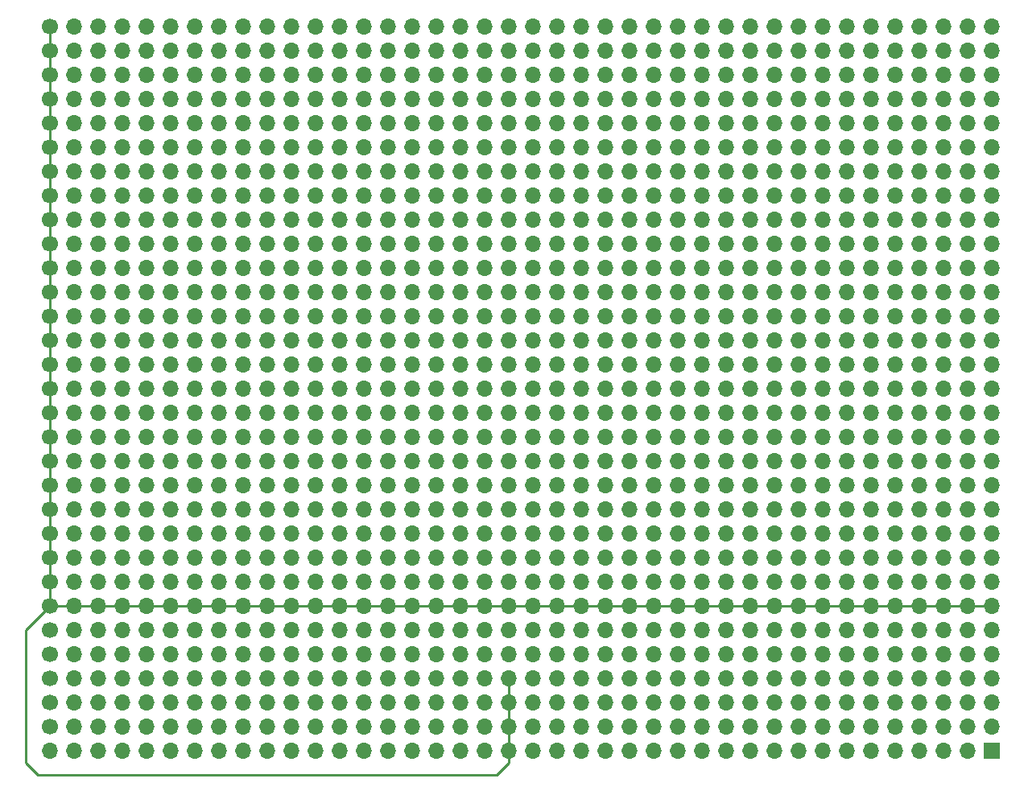
<source format=gbr>
%TF.GenerationSoftware,KiCad,Pcbnew,5.1.9+dfsg1-1*%
%TF.CreationDate,2021-08-13T18:22:45-07:00*%
%TF.ProjectId,Bus2021A_Protoboard,42757332-3032-4314-915f-50726f746f62,rev?*%
%TF.SameCoordinates,Original*%
%TF.FileFunction,Copper,L2,Bot*%
%TF.FilePolarity,Positive*%
%FSLAX46Y46*%
G04 Gerber Fmt 4.6, Leading zero omitted, Abs format (unit mm)*
G04 Created by KiCad (PCBNEW 5.1.9+dfsg1-1) date 2021-08-13 18:22:45*
%MOMM*%
%LPD*%
G01*
G04 APERTURE LIST*
%TA.AperFunction,ComponentPad*%
%ADD10C,1.700000*%
%TD*%
%TA.AperFunction,ComponentPad*%
%ADD11O,1.700000X1.700000*%
%TD*%
%TA.AperFunction,ComponentPad*%
%ADD12R,1.700000X1.700000*%
%TD*%
%TA.AperFunction,Conductor*%
%ADD13C,0.250000*%
%TD*%
G04 APERTURE END LIST*
D10*
%TO.P,REF\u002A\u002A,1*%
%TO.N,N/C*%
X102870000Y-88900000D03*
D11*
%TO.P,REF\u002A\u002A,2*%
X105410000Y-88900000D03*
%TO.P,REF\u002A\u002A,3*%
X107950000Y-88900000D03*
%TO.P,REF\u002A\u002A,4*%
X110490000Y-88900000D03*
%TO.P,REF\u002A\u002A,5*%
X113030000Y-88900000D03*
%TO.P,REF\u002A\u002A,6*%
X115570000Y-88900000D03*
%TO.P,REF\u002A\u002A,7*%
X118110000Y-88900000D03*
%TO.P,REF\u002A\u002A,8*%
X120650000Y-88900000D03*
%TO.P,REF\u002A\u002A,9*%
X123190000Y-88900000D03*
%TO.P,REF\u002A\u002A,10*%
X125730000Y-88900000D03*
%TO.P,REF\u002A\u002A,11*%
X128270000Y-88900000D03*
%TO.P,REF\u002A\u002A,12*%
X130810000Y-88900000D03*
%TO.P,REF\u002A\u002A,13*%
X133350000Y-88900000D03*
%TO.P,REF\u002A\u002A,14*%
X135890000Y-88900000D03*
%TO.P,REF\u002A\u002A,15*%
X138430000Y-88900000D03*
%TO.P,REF\u002A\u002A,16*%
X140970000Y-88900000D03*
%TO.P,REF\u002A\u002A,17*%
X143510000Y-88900000D03*
%TO.P,REF\u002A\u002A,18*%
X146050000Y-88900000D03*
%TO.P,REF\u002A\u002A,19*%
X148590000Y-88900000D03*
%TO.P,REF\u002A\u002A,20*%
X151130000Y-88900000D03*
%TO.P,REF\u002A\u002A,21*%
X153670000Y-88900000D03*
%TO.P,REF\u002A\u002A,22*%
X156210000Y-88900000D03*
%TO.P,REF\u002A\u002A,23*%
X158750000Y-88900000D03*
%TO.P,REF\u002A\u002A,24*%
X161290000Y-88900000D03*
%TO.P,REF\u002A\u002A,25*%
X163830000Y-88900000D03*
%TO.P,REF\u002A\u002A,26*%
X166370000Y-88900000D03*
%TO.P,REF\u002A\u002A,27*%
X168910000Y-88900000D03*
%TO.P,REF\u002A\u002A,28*%
X171450000Y-88900000D03*
%TO.P,REF\u002A\u002A,29*%
X173990000Y-88900000D03*
%TO.P,REF\u002A\u002A,30*%
X176530000Y-88900000D03*
%TO.P,REF\u002A\u002A,31*%
X179070000Y-88900000D03*
%TO.P,REF\u002A\u002A,32*%
X181610000Y-88900000D03*
%TO.P,REF\u002A\u002A,33*%
X184150000Y-88900000D03*
%TO.P,REF\u002A\u002A,34*%
X186690000Y-88900000D03*
%TO.P,REF\u002A\u002A,35*%
X189230000Y-88900000D03*
%TO.P,REF\u002A\u002A,36*%
X191770000Y-88900000D03*
%TO.P,REF\u002A\u002A,37*%
X194310000Y-88900000D03*
%TO.P,REF\u002A\u002A,38*%
X196850000Y-88900000D03*
%TO.P,REF\u002A\u002A,39*%
X199390000Y-88900000D03*
%TO.P,REF\u002A\u002A,40*%
X201930000Y-88900000D03*
%TD*%
D10*
%TO.P,REF\u002A\u002A,1*%
%TO.N,N/C*%
X102870000Y-63500000D03*
D11*
%TO.P,REF\u002A\u002A,2*%
X105410000Y-63500000D03*
%TO.P,REF\u002A\u002A,3*%
X107950000Y-63500000D03*
%TO.P,REF\u002A\u002A,4*%
X110490000Y-63500000D03*
%TO.P,REF\u002A\u002A,5*%
X113030000Y-63500000D03*
%TO.P,REF\u002A\u002A,6*%
X115570000Y-63500000D03*
%TO.P,REF\u002A\u002A,7*%
X118110000Y-63500000D03*
%TO.P,REF\u002A\u002A,8*%
X120650000Y-63500000D03*
%TO.P,REF\u002A\u002A,9*%
X123190000Y-63500000D03*
%TO.P,REF\u002A\u002A,10*%
X125730000Y-63500000D03*
%TO.P,REF\u002A\u002A,11*%
X128270000Y-63500000D03*
%TO.P,REF\u002A\u002A,12*%
X130810000Y-63500000D03*
%TO.P,REF\u002A\u002A,13*%
X133350000Y-63500000D03*
%TO.P,REF\u002A\u002A,14*%
X135890000Y-63500000D03*
%TO.P,REF\u002A\u002A,15*%
X138430000Y-63500000D03*
%TO.P,REF\u002A\u002A,16*%
X140970000Y-63500000D03*
%TO.P,REF\u002A\u002A,17*%
X143510000Y-63500000D03*
%TO.P,REF\u002A\u002A,18*%
X146050000Y-63500000D03*
%TO.P,REF\u002A\u002A,19*%
X148590000Y-63500000D03*
%TO.P,REF\u002A\u002A,20*%
X151130000Y-63500000D03*
%TO.P,REF\u002A\u002A,21*%
X153670000Y-63500000D03*
%TO.P,REF\u002A\u002A,22*%
X156210000Y-63500000D03*
%TO.P,REF\u002A\u002A,23*%
X158750000Y-63500000D03*
%TO.P,REF\u002A\u002A,24*%
X161290000Y-63500000D03*
%TO.P,REF\u002A\u002A,25*%
X163830000Y-63500000D03*
%TO.P,REF\u002A\u002A,26*%
X166370000Y-63500000D03*
%TO.P,REF\u002A\u002A,27*%
X168910000Y-63500000D03*
%TO.P,REF\u002A\u002A,28*%
X171450000Y-63500000D03*
%TO.P,REF\u002A\u002A,29*%
X173990000Y-63500000D03*
%TO.P,REF\u002A\u002A,30*%
X176530000Y-63500000D03*
%TO.P,REF\u002A\u002A,31*%
X179070000Y-63500000D03*
%TO.P,REF\u002A\u002A,32*%
X181610000Y-63500000D03*
%TO.P,REF\u002A\u002A,33*%
X184150000Y-63500000D03*
%TO.P,REF\u002A\u002A,34*%
X186690000Y-63500000D03*
%TO.P,REF\u002A\u002A,35*%
X189230000Y-63500000D03*
%TO.P,REF\u002A\u002A,36*%
X191770000Y-63500000D03*
%TO.P,REF\u002A\u002A,37*%
X194310000Y-63500000D03*
%TO.P,REF\u002A\u002A,38*%
X196850000Y-63500000D03*
%TO.P,REF\u002A\u002A,39*%
X199390000Y-63500000D03*
%TO.P,REF\u002A\u002A,40*%
X201930000Y-63500000D03*
%TD*%
D10*
%TO.P,REF\u002A\u002A,1*%
%TO.N,N/C*%
X102870000Y-76200000D03*
D11*
%TO.P,REF\u002A\u002A,2*%
X105410000Y-76200000D03*
%TO.P,REF\u002A\u002A,3*%
X107950000Y-76200000D03*
%TO.P,REF\u002A\u002A,4*%
X110490000Y-76200000D03*
%TO.P,REF\u002A\u002A,5*%
X113030000Y-76200000D03*
%TO.P,REF\u002A\u002A,6*%
X115570000Y-76200000D03*
%TO.P,REF\u002A\u002A,7*%
X118110000Y-76200000D03*
%TO.P,REF\u002A\u002A,8*%
X120650000Y-76200000D03*
%TO.P,REF\u002A\u002A,9*%
X123190000Y-76200000D03*
%TO.P,REF\u002A\u002A,10*%
X125730000Y-76200000D03*
%TO.P,REF\u002A\u002A,11*%
X128270000Y-76200000D03*
%TO.P,REF\u002A\u002A,12*%
X130810000Y-76200000D03*
%TO.P,REF\u002A\u002A,13*%
X133350000Y-76200000D03*
%TO.P,REF\u002A\u002A,14*%
X135890000Y-76200000D03*
%TO.P,REF\u002A\u002A,15*%
X138430000Y-76200000D03*
%TO.P,REF\u002A\u002A,16*%
X140970000Y-76200000D03*
%TO.P,REF\u002A\u002A,17*%
X143510000Y-76200000D03*
%TO.P,REF\u002A\u002A,18*%
X146050000Y-76200000D03*
%TO.P,REF\u002A\u002A,19*%
X148590000Y-76200000D03*
%TO.P,REF\u002A\u002A,20*%
X151130000Y-76200000D03*
%TO.P,REF\u002A\u002A,21*%
X153670000Y-76200000D03*
%TO.P,REF\u002A\u002A,22*%
X156210000Y-76200000D03*
%TO.P,REF\u002A\u002A,23*%
X158750000Y-76200000D03*
%TO.P,REF\u002A\u002A,24*%
X161290000Y-76200000D03*
%TO.P,REF\u002A\u002A,25*%
X163830000Y-76200000D03*
%TO.P,REF\u002A\u002A,26*%
X166370000Y-76200000D03*
%TO.P,REF\u002A\u002A,27*%
X168910000Y-76200000D03*
%TO.P,REF\u002A\u002A,28*%
X171450000Y-76200000D03*
%TO.P,REF\u002A\u002A,29*%
X173990000Y-76200000D03*
%TO.P,REF\u002A\u002A,30*%
X176530000Y-76200000D03*
%TO.P,REF\u002A\u002A,31*%
X179070000Y-76200000D03*
%TO.P,REF\u002A\u002A,32*%
X181610000Y-76200000D03*
%TO.P,REF\u002A\u002A,33*%
X184150000Y-76200000D03*
%TO.P,REF\u002A\u002A,34*%
X186690000Y-76200000D03*
%TO.P,REF\u002A\u002A,35*%
X189230000Y-76200000D03*
%TO.P,REF\u002A\u002A,36*%
X191770000Y-76200000D03*
%TO.P,REF\u002A\u002A,37*%
X194310000Y-76200000D03*
%TO.P,REF\u002A\u002A,38*%
X196850000Y-76200000D03*
%TO.P,REF\u002A\u002A,39*%
X199390000Y-76200000D03*
%TO.P,REF\u002A\u002A,40*%
X201930000Y-76200000D03*
%TD*%
%TO.P,REF\u002A\u002A,40*%
%TO.N,N/C*%
X201930000Y-55880000D03*
%TO.P,REF\u002A\u002A,39*%
X199390000Y-55880000D03*
%TO.P,REF\u002A\u002A,38*%
X196850000Y-55880000D03*
%TO.P,REF\u002A\u002A,37*%
X194310000Y-55880000D03*
%TO.P,REF\u002A\u002A,36*%
X191770000Y-55880000D03*
%TO.P,REF\u002A\u002A,35*%
X189230000Y-55880000D03*
%TO.P,REF\u002A\u002A,34*%
X186690000Y-55880000D03*
%TO.P,REF\u002A\u002A,33*%
X184150000Y-55880000D03*
%TO.P,REF\u002A\u002A,32*%
X181610000Y-55880000D03*
%TO.P,REF\u002A\u002A,31*%
X179070000Y-55880000D03*
%TO.P,REF\u002A\u002A,30*%
X176530000Y-55880000D03*
%TO.P,REF\u002A\u002A,29*%
X173990000Y-55880000D03*
%TO.P,REF\u002A\u002A,28*%
X171450000Y-55880000D03*
%TO.P,REF\u002A\u002A,27*%
X168910000Y-55880000D03*
%TO.P,REF\u002A\u002A,26*%
X166370000Y-55880000D03*
%TO.P,REF\u002A\u002A,25*%
X163830000Y-55880000D03*
%TO.P,REF\u002A\u002A,24*%
X161290000Y-55880000D03*
%TO.P,REF\u002A\u002A,23*%
X158750000Y-55880000D03*
%TO.P,REF\u002A\u002A,22*%
X156210000Y-55880000D03*
%TO.P,REF\u002A\u002A,21*%
X153670000Y-55880000D03*
%TO.P,REF\u002A\u002A,20*%
X151130000Y-55880000D03*
%TO.P,REF\u002A\u002A,19*%
X148590000Y-55880000D03*
%TO.P,REF\u002A\u002A,18*%
X146050000Y-55880000D03*
%TO.P,REF\u002A\u002A,17*%
X143510000Y-55880000D03*
%TO.P,REF\u002A\u002A,16*%
X140970000Y-55880000D03*
%TO.P,REF\u002A\u002A,15*%
X138430000Y-55880000D03*
%TO.P,REF\u002A\u002A,14*%
X135890000Y-55880000D03*
%TO.P,REF\u002A\u002A,13*%
X133350000Y-55880000D03*
%TO.P,REF\u002A\u002A,12*%
X130810000Y-55880000D03*
%TO.P,REF\u002A\u002A,11*%
X128270000Y-55880000D03*
%TO.P,REF\u002A\u002A,10*%
X125730000Y-55880000D03*
%TO.P,REF\u002A\u002A,9*%
X123190000Y-55880000D03*
%TO.P,REF\u002A\u002A,8*%
X120650000Y-55880000D03*
%TO.P,REF\u002A\u002A,7*%
X118110000Y-55880000D03*
%TO.P,REF\u002A\u002A,6*%
X115570000Y-55880000D03*
%TO.P,REF\u002A\u002A,5*%
X113030000Y-55880000D03*
%TO.P,REF\u002A\u002A,4*%
X110490000Y-55880000D03*
%TO.P,REF\u002A\u002A,3*%
X107950000Y-55880000D03*
%TO.P,REF\u002A\u002A,2*%
X105410000Y-55880000D03*
D10*
%TO.P,REF\u002A\u002A,1*%
X102870000Y-55880000D03*
%TD*%
%TO.P,REF\u002A\u002A,1*%
%TO.N,N/C*%
X102870000Y-58420000D03*
D11*
%TO.P,REF\u002A\u002A,2*%
X105410000Y-58420000D03*
%TO.P,REF\u002A\u002A,3*%
X107950000Y-58420000D03*
%TO.P,REF\u002A\u002A,4*%
X110490000Y-58420000D03*
%TO.P,REF\u002A\u002A,5*%
X113030000Y-58420000D03*
%TO.P,REF\u002A\u002A,6*%
X115570000Y-58420000D03*
%TO.P,REF\u002A\u002A,7*%
X118110000Y-58420000D03*
%TO.P,REF\u002A\u002A,8*%
X120650000Y-58420000D03*
%TO.P,REF\u002A\u002A,9*%
X123190000Y-58420000D03*
%TO.P,REF\u002A\u002A,10*%
X125730000Y-58420000D03*
%TO.P,REF\u002A\u002A,11*%
X128270000Y-58420000D03*
%TO.P,REF\u002A\u002A,12*%
X130810000Y-58420000D03*
%TO.P,REF\u002A\u002A,13*%
X133350000Y-58420000D03*
%TO.P,REF\u002A\u002A,14*%
X135890000Y-58420000D03*
%TO.P,REF\u002A\u002A,15*%
X138430000Y-58420000D03*
%TO.P,REF\u002A\u002A,16*%
X140970000Y-58420000D03*
%TO.P,REF\u002A\u002A,17*%
X143510000Y-58420000D03*
%TO.P,REF\u002A\u002A,18*%
X146050000Y-58420000D03*
%TO.P,REF\u002A\u002A,19*%
X148590000Y-58420000D03*
%TO.P,REF\u002A\u002A,20*%
X151130000Y-58420000D03*
%TO.P,REF\u002A\u002A,21*%
X153670000Y-58420000D03*
%TO.P,REF\u002A\u002A,22*%
X156210000Y-58420000D03*
%TO.P,REF\u002A\u002A,23*%
X158750000Y-58420000D03*
%TO.P,REF\u002A\u002A,24*%
X161290000Y-58420000D03*
%TO.P,REF\u002A\u002A,25*%
X163830000Y-58420000D03*
%TO.P,REF\u002A\u002A,26*%
X166370000Y-58420000D03*
%TO.P,REF\u002A\u002A,27*%
X168910000Y-58420000D03*
%TO.P,REF\u002A\u002A,28*%
X171450000Y-58420000D03*
%TO.P,REF\u002A\u002A,29*%
X173990000Y-58420000D03*
%TO.P,REF\u002A\u002A,30*%
X176530000Y-58420000D03*
%TO.P,REF\u002A\u002A,31*%
X179070000Y-58420000D03*
%TO.P,REF\u002A\u002A,32*%
X181610000Y-58420000D03*
%TO.P,REF\u002A\u002A,33*%
X184150000Y-58420000D03*
%TO.P,REF\u002A\u002A,34*%
X186690000Y-58420000D03*
%TO.P,REF\u002A\u002A,35*%
X189230000Y-58420000D03*
%TO.P,REF\u002A\u002A,36*%
X191770000Y-58420000D03*
%TO.P,REF\u002A\u002A,37*%
X194310000Y-58420000D03*
%TO.P,REF\u002A\u002A,38*%
X196850000Y-58420000D03*
%TO.P,REF\u002A\u002A,39*%
X199390000Y-58420000D03*
%TO.P,REF\u002A\u002A,40*%
X201930000Y-58420000D03*
%TD*%
%TO.P,REF\u002A\u002A,40*%
%TO.N,N/C*%
X201930000Y-86360000D03*
%TO.P,REF\u002A\u002A,39*%
X199390000Y-86360000D03*
%TO.P,REF\u002A\u002A,38*%
X196850000Y-86360000D03*
%TO.P,REF\u002A\u002A,37*%
X194310000Y-86360000D03*
%TO.P,REF\u002A\u002A,36*%
X191770000Y-86360000D03*
%TO.P,REF\u002A\u002A,35*%
X189230000Y-86360000D03*
%TO.P,REF\u002A\u002A,34*%
X186690000Y-86360000D03*
%TO.P,REF\u002A\u002A,33*%
X184150000Y-86360000D03*
%TO.P,REF\u002A\u002A,32*%
X181610000Y-86360000D03*
%TO.P,REF\u002A\u002A,31*%
X179070000Y-86360000D03*
%TO.P,REF\u002A\u002A,30*%
X176530000Y-86360000D03*
%TO.P,REF\u002A\u002A,29*%
X173990000Y-86360000D03*
%TO.P,REF\u002A\u002A,28*%
X171450000Y-86360000D03*
%TO.P,REF\u002A\u002A,27*%
X168910000Y-86360000D03*
%TO.P,REF\u002A\u002A,26*%
X166370000Y-86360000D03*
%TO.P,REF\u002A\u002A,25*%
X163830000Y-86360000D03*
%TO.P,REF\u002A\u002A,24*%
X161290000Y-86360000D03*
%TO.P,REF\u002A\u002A,23*%
X158750000Y-86360000D03*
%TO.P,REF\u002A\u002A,22*%
X156210000Y-86360000D03*
%TO.P,REF\u002A\u002A,21*%
X153670000Y-86360000D03*
%TO.P,REF\u002A\u002A,20*%
X151130000Y-86360000D03*
%TO.P,REF\u002A\u002A,19*%
X148590000Y-86360000D03*
%TO.P,REF\u002A\u002A,18*%
X146050000Y-86360000D03*
%TO.P,REF\u002A\u002A,17*%
X143510000Y-86360000D03*
%TO.P,REF\u002A\u002A,16*%
X140970000Y-86360000D03*
%TO.P,REF\u002A\u002A,15*%
X138430000Y-86360000D03*
%TO.P,REF\u002A\u002A,14*%
X135890000Y-86360000D03*
%TO.P,REF\u002A\u002A,13*%
X133350000Y-86360000D03*
%TO.P,REF\u002A\u002A,12*%
X130810000Y-86360000D03*
%TO.P,REF\u002A\u002A,11*%
X128270000Y-86360000D03*
%TO.P,REF\u002A\u002A,10*%
X125730000Y-86360000D03*
%TO.P,REF\u002A\u002A,9*%
X123190000Y-86360000D03*
%TO.P,REF\u002A\u002A,8*%
X120650000Y-86360000D03*
%TO.P,REF\u002A\u002A,7*%
X118110000Y-86360000D03*
%TO.P,REF\u002A\u002A,6*%
X115570000Y-86360000D03*
%TO.P,REF\u002A\u002A,5*%
X113030000Y-86360000D03*
%TO.P,REF\u002A\u002A,4*%
X110490000Y-86360000D03*
%TO.P,REF\u002A\u002A,3*%
X107950000Y-86360000D03*
%TO.P,REF\u002A\u002A,2*%
X105410000Y-86360000D03*
D10*
%TO.P,REF\u002A\u002A,1*%
X102870000Y-86360000D03*
%TD*%
D11*
%TO.P,REF\u002A\u002A,40*%
%TO.N,N/C*%
X201930000Y-68580000D03*
%TO.P,REF\u002A\u002A,39*%
X199390000Y-68580000D03*
%TO.P,REF\u002A\u002A,38*%
X196850000Y-68580000D03*
%TO.P,REF\u002A\u002A,37*%
X194310000Y-68580000D03*
%TO.P,REF\u002A\u002A,36*%
X191770000Y-68580000D03*
%TO.P,REF\u002A\u002A,35*%
X189230000Y-68580000D03*
%TO.P,REF\u002A\u002A,34*%
X186690000Y-68580000D03*
%TO.P,REF\u002A\u002A,33*%
X184150000Y-68580000D03*
%TO.P,REF\u002A\u002A,32*%
X181610000Y-68580000D03*
%TO.P,REF\u002A\u002A,31*%
X179070000Y-68580000D03*
%TO.P,REF\u002A\u002A,30*%
X176530000Y-68580000D03*
%TO.P,REF\u002A\u002A,29*%
X173990000Y-68580000D03*
%TO.P,REF\u002A\u002A,28*%
X171450000Y-68580000D03*
%TO.P,REF\u002A\u002A,27*%
X168910000Y-68580000D03*
%TO.P,REF\u002A\u002A,26*%
X166370000Y-68580000D03*
%TO.P,REF\u002A\u002A,25*%
X163830000Y-68580000D03*
%TO.P,REF\u002A\u002A,24*%
X161290000Y-68580000D03*
%TO.P,REF\u002A\u002A,23*%
X158750000Y-68580000D03*
%TO.P,REF\u002A\u002A,22*%
X156210000Y-68580000D03*
%TO.P,REF\u002A\u002A,21*%
X153670000Y-68580000D03*
%TO.P,REF\u002A\u002A,20*%
X151130000Y-68580000D03*
%TO.P,REF\u002A\u002A,19*%
X148590000Y-68580000D03*
%TO.P,REF\u002A\u002A,18*%
X146050000Y-68580000D03*
%TO.P,REF\u002A\u002A,17*%
X143510000Y-68580000D03*
%TO.P,REF\u002A\u002A,16*%
X140970000Y-68580000D03*
%TO.P,REF\u002A\u002A,15*%
X138430000Y-68580000D03*
%TO.P,REF\u002A\u002A,14*%
X135890000Y-68580000D03*
%TO.P,REF\u002A\u002A,13*%
X133350000Y-68580000D03*
%TO.P,REF\u002A\u002A,12*%
X130810000Y-68580000D03*
%TO.P,REF\u002A\u002A,11*%
X128270000Y-68580000D03*
%TO.P,REF\u002A\u002A,10*%
X125730000Y-68580000D03*
%TO.P,REF\u002A\u002A,9*%
X123190000Y-68580000D03*
%TO.P,REF\u002A\u002A,8*%
X120650000Y-68580000D03*
%TO.P,REF\u002A\u002A,7*%
X118110000Y-68580000D03*
%TO.P,REF\u002A\u002A,6*%
X115570000Y-68580000D03*
%TO.P,REF\u002A\u002A,5*%
X113030000Y-68580000D03*
%TO.P,REF\u002A\u002A,4*%
X110490000Y-68580000D03*
%TO.P,REF\u002A\u002A,3*%
X107950000Y-68580000D03*
%TO.P,REF\u002A\u002A,2*%
X105410000Y-68580000D03*
D10*
%TO.P,REF\u002A\u002A,1*%
X102870000Y-68580000D03*
%TD*%
D11*
%TO.P,REF\u002A\u002A,40*%
%TO.N,N/C*%
X201930000Y-60960000D03*
%TO.P,REF\u002A\u002A,39*%
X199390000Y-60960000D03*
%TO.P,REF\u002A\u002A,38*%
X196850000Y-60960000D03*
%TO.P,REF\u002A\u002A,37*%
X194310000Y-60960000D03*
%TO.P,REF\u002A\u002A,36*%
X191770000Y-60960000D03*
%TO.P,REF\u002A\u002A,35*%
X189230000Y-60960000D03*
%TO.P,REF\u002A\u002A,34*%
X186690000Y-60960000D03*
%TO.P,REF\u002A\u002A,33*%
X184150000Y-60960000D03*
%TO.P,REF\u002A\u002A,32*%
X181610000Y-60960000D03*
%TO.P,REF\u002A\u002A,31*%
X179070000Y-60960000D03*
%TO.P,REF\u002A\u002A,30*%
X176530000Y-60960000D03*
%TO.P,REF\u002A\u002A,29*%
X173990000Y-60960000D03*
%TO.P,REF\u002A\u002A,28*%
X171450000Y-60960000D03*
%TO.P,REF\u002A\u002A,27*%
X168910000Y-60960000D03*
%TO.P,REF\u002A\u002A,26*%
X166370000Y-60960000D03*
%TO.P,REF\u002A\u002A,25*%
X163830000Y-60960000D03*
%TO.P,REF\u002A\u002A,24*%
X161290000Y-60960000D03*
%TO.P,REF\u002A\u002A,23*%
X158750000Y-60960000D03*
%TO.P,REF\u002A\u002A,22*%
X156210000Y-60960000D03*
%TO.P,REF\u002A\u002A,21*%
X153670000Y-60960000D03*
%TO.P,REF\u002A\u002A,20*%
X151130000Y-60960000D03*
%TO.P,REF\u002A\u002A,19*%
X148590000Y-60960000D03*
%TO.P,REF\u002A\u002A,18*%
X146050000Y-60960000D03*
%TO.P,REF\u002A\u002A,17*%
X143510000Y-60960000D03*
%TO.P,REF\u002A\u002A,16*%
X140970000Y-60960000D03*
%TO.P,REF\u002A\u002A,15*%
X138430000Y-60960000D03*
%TO.P,REF\u002A\u002A,14*%
X135890000Y-60960000D03*
%TO.P,REF\u002A\u002A,13*%
X133350000Y-60960000D03*
%TO.P,REF\u002A\u002A,12*%
X130810000Y-60960000D03*
%TO.P,REF\u002A\u002A,11*%
X128270000Y-60960000D03*
%TO.P,REF\u002A\u002A,10*%
X125730000Y-60960000D03*
%TO.P,REF\u002A\u002A,9*%
X123190000Y-60960000D03*
%TO.P,REF\u002A\u002A,8*%
X120650000Y-60960000D03*
%TO.P,REF\u002A\u002A,7*%
X118110000Y-60960000D03*
%TO.P,REF\u002A\u002A,6*%
X115570000Y-60960000D03*
%TO.P,REF\u002A\u002A,5*%
X113030000Y-60960000D03*
%TO.P,REF\u002A\u002A,4*%
X110490000Y-60960000D03*
%TO.P,REF\u002A\u002A,3*%
X107950000Y-60960000D03*
%TO.P,REF\u002A\u002A,2*%
X105410000Y-60960000D03*
D10*
%TO.P,REF\u002A\u002A,1*%
X102870000Y-60960000D03*
%TD*%
%TO.P,REF\u002A\u002A,1*%
%TO.N,N/C*%
X102870000Y-73660000D03*
D11*
%TO.P,REF\u002A\u002A,2*%
X105410000Y-73660000D03*
%TO.P,REF\u002A\u002A,3*%
X107950000Y-73660000D03*
%TO.P,REF\u002A\u002A,4*%
X110490000Y-73660000D03*
%TO.P,REF\u002A\u002A,5*%
X113030000Y-73660000D03*
%TO.P,REF\u002A\u002A,6*%
X115570000Y-73660000D03*
%TO.P,REF\u002A\u002A,7*%
X118110000Y-73660000D03*
%TO.P,REF\u002A\u002A,8*%
X120650000Y-73660000D03*
%TO.P,REF\u002A\u002A,9*%
X123190000Y-73660000D03*
%TO.P,REF\u002A\u002A,10*%
X125730000Y-73660000D03*
%TO.P,REF\u002A\u002A,11*%
X128270000Y-73660000D03*
%TO.P,REF\u002A\u002A,12*%
X130810000Y-73660000D03*
%TO.P,REF\u002A\u002A,13*%
X133350000Y-73660000D03*
%TO.P,REF\u002A\u002A,14*%
X135890000Y-73660000D03*
%TO.P,REF\u002A\u002A,15*%
X138430000Y-73660000D03*
%TO.P,REF\u002A\u002A,16*%
X140970000Y-73660000D03*
%TO.P,REF\u002A\u002A,17*%
X143510000Y-73660000D03*
%TO.P,REF\u002A\u002A,18*%
X146050000Y-73660000D03*
%TO.P,REF\u002A\u002A,19*%
X148590000Y-73660000D03*
%TO.P,REF\u002A\u002A,20*%
X151130000Y-73660000D03*
%TO.P,REF\u002A\u002A,21*%
X153670000Y-73660000D03*
%TO.P,REF\u002A\u002A,22*%
X156210000Y-73660000D03*
%TO.P,REF\u002A\u002A,23*%
X158750000Y-73660000D03*
%TO.P,REF\u002A\u002A,24*%
X161290000Y-73660000D03*
%TO.P,REF\u002A\u002A,25*%
X163830000Y-73660000D03*
%TO.P,REF\u002A\u002A,26*%
X166370000Y-73660000D03*
%TO.P,REF\u002A\u002A,27*%
X168910000Y-73660000D03*
%TO.P,REF\u002A\u002A,28*%
X171450000Y-73660000D03*
%TO.P,REF\u002A\u002A,29*%
X173990000Y-73660000D03*
%TO.P,REF\u002A\u002A,30*%
X176530000Y-73660000D03*
%TO.P,REF\u002A\u002A,31*%
X179070000Y-73660000D03*
%TO.P,REF\u002A\u002A,32*%
X181610000Y-73660000D03*
%TO.P,REF\u002A\u002A,33*%
X184150000Y-73660000D03*
%TO.P,REF\u002A\u002A,34*%
X186690000Y-73660000D03*
%TO.P,REF\u002A\u002A,35*%
X189230000Y-73660000D03*
%TO.P,REF\u002A\u002A,36*%
X191770000Y-73660000D03*
%TO.P,REF\u002A\u002A,37*%
X194310000Y-73660000D03*
%TO.P,REF\u002A\u002A,38*%
X196850000Y-73660000D03*
%TO.P,REF\u002A\u002A,39*%
X199390000Y-73660000D03*
%TO.P,REF\u002A\u002A,40*%
X201930000Y-73660000D03*
%TD*%
%TO.P,REF\u002A\u002A,40*%
%TO.N,N/C*%
X201930000Y-83820000D03*
%TO.P,REF\u002A\u002A,39*%
X199390000Y-83820000D03*
%TO.P,REF\u002A\u002A,38*%
X196850000Y-83820000D03*
%TO.P,REF\u002A\u002A,37*%
X194310000Y-83820000D03*
%TO.P,REF\u002A\u002A,36*%
X191770000Y-83820000D03*
%TO.P,REF\u002A\u002A,35*%
X189230000Y-83820000D03*
%TO.P,REF\u002A\u002A,34*%
X186690000Y-83820000D03*
%TO.P,REF\u002A\u002A,33*%
X184150000Y-83820000D03*
%TO.P,REF\u002A\u002A,32*%
X181610000Y-83820000D03*
%TO.P,REF\u002A\u002A,31*%
X179070000Y-83820000D03*
%TO.P,REF\u002A\u002A,30*%
X176530000Y-83820000D03*
%TO.P,REF\u002A\u002A,29*%
X173990000Y-83820000D03*
%TO.P,REF\u002A\u002A,28*%
X171450000Y-83820000D03*
%TO.P,REF\u002A\u002A,27*%
X168910000Y-83820000D03*
%TO.P,REF\u002A\u002A,26*%
X166370000Y-83820000D03*
%TO.P,REF\u002A\u002A,25*%
X163830000Y-83820000D03*
%TO.P,REF\u002A\u002A,24*%
X161290000Y-83820000D03*
%TO.P,REF\u002A\u002A,23*%
X158750000Y-83820000D03*
%TO.P,REF\u002A\u002A,22*%
X156210000Y-83820000D03*
%TO.P,REF\u002A\u002A,21*%
X153670000Y-83820000D03*
%TO.P,REF\u002A\u002A,20*%
X151130000Y-83820000D03*
%TO.P,REF\u002A\u002A,19*%
X148590000Y-83820000D03*
%TO.P,REF\u002A\u002A,18*%
X146050000Y-83820000D03*
%TO.P,REF\u002A\u002A,17*%
X143510000Y-83820000D03*
%TO.P,REF\u002A\u002A,16*%
X140970000Y-83820000D03*
%TO.P,REF\u002A\u002A,15*%
X138430000Y-83820000D03*
%TO.P,REF\u002A\u002A,14*%
X135890000Y-83820000D03*
%TO.P,REF\u002A\u002A,13*%
X133350000Y-83820000D03*
%TO.P,REF\u002A\u002A,12*%
X130810000Y-83820000D03*
%TO.P,REF\u002A\u002A,11*%
X128270000Y-83820000D03*
%TO.P,REF\u002A\u002A,10*%
X125730000Y-83820000D03*
%TO.P,REF\u002A\u002A,9*%
X123190000Y-83820000D03*
%TO.P,REF\u002A\u002A,8*%
X120650000Y-83820000D03*
%TO.P,REF\u002A\u002A,7*%
X118110000Y-83820000D03*
%TO.P,REF\u002A\u002A,6*%
X115570000Y-83820000D03*
%TO.P,REF\u002A\u002A,5*%
X113030000Y-83820000D03*
%TO.P,REF\u002A\u002A,4*%
X110490000Y-83820000D03*
%TO.P,REF\u002A\u002A,3*%
X107950000Y-83820000D03*
%TO.P,REF\u002A\u002A,2*%
X105410000Y-83820000D03*
D10*
%TO.P,REF\u002A\u002A,1*%
X102870000Y-83820000D03*
%TD*%
%TO.P,REF\u002A\u002A,1*%
%TO.N,N/C*%
X102870000Y-81280000D03*
D11*
%TO.P,REF\u002A\u002A,2*%
X105410000Y-81280000D03*
%TO.P,REF\u002A\u002A,3*%
X107950000Y-81280000D03*
%TO.P,REF\u002A\u002A,4*%
X110490000Y-81280000D03*
%TO.P,REF\u002A\u002A,5*%
X113030000Y-81280000D03*
%TO.P,REF\u002A\u002A,6*%
X115570000Y-81280000D03*
%TO.P,REF\u002A\u002A,7*%
X118110000Y-81280000D03*
%TO.P,REF\u002A\u002A,8*%
X120650000Y-81280000D03*
%TO.P,REF\u002A\u002A,9*%
X123190000Y-81280000D03*
%TO.P,REF\u002A\u002A,10*%
X125730000Y-81280000D03*
%TO.P,REF\u002A\u002A,11*%
X128270000Y-81280000D03*
%TO.P,REF\u002A\u002A,12*%
X130810000Y-81280000D03*
%TO.P,REF\u002A\u002A,13*%
X133350000Y-81280000D03*
%TO.P,REF\u002A\u002A,14*%
X135890000Y-81280000D03*
%TO.P,REF\u002A\u002A,15*%
X138430000Y-81280000D03*
%TO.P,REF\u002A\u002A,16*%
X140970000Y-81280000D03*
%TO.P,REF\u002A\u002A,17*%
X143510000Y-81280000D03*
%TO.P,REF\u002A\u002A,18*%
X146050000Y-81280000D03*
%TO.P,REF\u002A\u002A,19*%
X148590000Y-81280000D03*
%TO.P,REF\u002A\u002A,20*%
X151130000Y-81280000D03*
%TO.P,REF\u002A\u002A,21*%
X153670000Y-81280000D03*
%TO.P,REF\u002A\u002A,22*%
X156210000Y-81280000D03*
%TO.P,REF\u002A\u002A,23*%
X158750000Y-81280000D03*
%TO.P,REF\u002A\u002A,24*%
X161290000Y-81280000D03*
%TO.P,REF\u002A\u002A,25*%
X163830000Y-81280000D03*
%TO.P,REF\u002A\u002A,26*%
X166370000Y-81280000D03*
%TO.P,REF\u002A\u002A,27*%
X168910000Y-81280000D03*
%TO.P,REF\u002A\u002A,28*%
X171450000Y-81280000D03*
%TO.P,REF\u002A\u002A,29*%
X173990000Y-81280000D03*
%TO.P,REF\u002A\u002A,30*%
X176530000Y-81280000D03*
%TO.P,REF\u002A\u002A,31*%
X179070000Y-81280000D03*
%TO.P,REF\u002A\u002A,32*%
X181610000Y-81280000D03*
%TO.P,REF\u002A\u002A,33*%
X184150000Y-81280000D03*
%TO.P,REF\u002A\u002A,34*%
X186690000Y-81280000D03*
%TO.P,REF\u002A\u002A,35*%
X189230000Y-81280000D03*
%TO.P,REF\u002A\u002A,36*%
X191770000Y-81280000D03*
%TO.P,REF\u002A\u002A,37*%
X194310000Y-81280000D03*
%TO.P,REF\u002A\u002A,38*%
X196850000Y-81280000D03*
%TO.P,REF\u002A\u002A,39*%
X199390000Y-81280000D03*
%TO.P,REF\u002A\u002A,40*%
X201930000Y-81280000D03*
%TD*%
%TO.P,REF\u002A\u002A,40*%
%TO.N,N/C*%
X201930000Y-71120000D03*
%TO.P,REF\u002A\u002A,39*%
X199390000Y-71120000D03*
%TO.P,REF\u002A\u002A,38*%
X196850000Y-71120000D03*
%TO.P,REF\u002A\u002A,37*%
X194310000Y-71120000D03*
%TO.P,REF\u002A\u002A,36*%
X191770000Y-71120000D03*
%TO.P,REF\u002A\u002A,35*%
X189230000Y-71120000D03*
%TO.P,REF\u002A\u002A,34*%
X186690000Y-71120000D03*
%TO.P,REF\u002A\u002A,33*%
X184150000Y-71120000D03*
%TO.P,REF\u002A\u002A,32*%
X181610000Y-71120000D03*
%TO.P,REF\u002A\u002A,31*%
X179070000Y-71120000D03*
%TO.P,REF\u002A\u002A,30*%
X176530000Y-71120000D03*
%TO.P,REF\u002A\u002A,29*%
X173990000Y-71120000D03*
%TO.P,REF\u002A\u002A,28*%
X171450000Y-71120000D03*
%TO.P,REF\u002A\u002A,27*%
X168910000Y-71120000D03*
%TO.P,REF\u002A\u002A,26*%
X166370000Y-71120000D03*
%TO.P,REF\u002A\u002A,25*%
X163830000Y-71120000D03*
%TO.P,REF\u002A\u002A,24*%
X161290000Y-71120000D03*
%TO.P,REF\u002A\u002A,23*%
X158750000Y-71120000D03*
%TO.P,REF\u002A\u002A,22*%
X156210000Y-71120000D03*
%TO.P,REF\u002A\u002A,21*%
X153670000Y-71120000D03*
%TO.P,REF\u002A\u002A,20*%
X151130000Y-71120000D03*
%TO.P,REF\u002A\u002A,19*%
X148590000Y-71120000D03*
%TO.P,REF\u002A\u002A,18*%
X146050000Y-71120000D03*
%TO.P,REF\u002A\u002A,17*%
X143510000Y-71120000D03*
%TO.P,REF\u002A\u002A,16*%
X140970000Y-71120000D03*
%TO.P,REF\u002A\u002A,15*%
X138430000Y-71120000D03*
%TO.P,REF\u002A\u002A,14*%
X135890000Y-71120000D03*
%TO.P,REF\u002A\u002A,13*%
X133350000Y-71120000D03*
%TO.P,REF\u002A\u002A,12*%
X130810000Y-71120000D03*
%TO.P,REF\u002A\u002A,11*%
X128270000Y-71120000D03*
%TO.P,REF\u002A\u002A,10*%
X125730000Y-71120000D03*
%TO.P,REF\u002A\u002A,9*%
X123190000Y-71120000D03*
%TO.P,REF\u002A\u002A,8*%
X120650000Y-71120000D03*
%TO.P,REF\u002A\u002A,7*%
X118110000Y-71120000D03*
%TO.P,REF\u002A\u002A,6*%
X115570000Y-71120000D03*
%TO.P,REF\u002A\u002A,5*%
X113030000Y-71120000D03*
%TO.P,REF\u002A\u002A,4*%
X110490000Y-71120000D03*
%TO.P,REF\u002A\u002A,3*%
X107950000Y-71120000D03*
%TO.P,REF\u002A\u002A,2*%
X105410000Y-71120000D03*
D10*
%TO.P,REF\u002A\u002A,1*%
X102870000Y-71120000D03*
%TD*%
%TO.P,REF\u002A\u002A,1*%
%TO.N,N/C*%
X102870000Y-66040000D03*
D11*
%TO.P,REF\u002A\u002A,2*%
X105410000Y-66040000D03*
%TO.P,REF\u002A\u002A,3*%
X107950000Y-66040000D03*
%TO.P,REF\u002A\u002A,4*%
X110490000Y-66040000D03*
%TO.P,REF\u002A\u002A,5*%
X113030000Y-66040000D03*
%TO.P,REF\u002A\u002A,6*%
X115570000Y-66040000D03*
%TO.P,REF\u002A\u002A,7*%
X118110000Y-66040000D03*
%TO.P,REF\u002A\u002A,8*%
X120650000Y-66040000D03*
%TO.P,REF\u002A\u002A,9*%
X123190000Y-66040000D03*
%TO.P,REF\u002A\u002A,10*%
X125730000Y-66040000D03*
%TO.P,REF\u002A\u002A,11*%
X128270000Y-66040000D03*
%TO.P,REF\u002A\u002A,12*%
X130810000Y-66040000D03*
%TO.P,REF\u002A\u002A,13*%
X133350000Y-66040000D03*
%TO.P,REF\u002A\u002A,14*%
X135890000Y-66040000D03*
%TO.P,REF\u002A\u002A,15*%
X138430000Y-66040000D03*
%TO.P,REF\u002A\u002A,16*%
X140970000Y-66040000D03*
%TO.P,REF\u002A\u002A,17*%
X143510000Y-66040000D03*
%TO.P,REF\u002A\u002A,18*%
X146050000Y-66040000D03*
%TO.P,REF\u002A\u002A,19*%
X148590000Y-66040000D03*
%TO.P,REF\u002A\u002A,20*%
X151130000Y-66040000D03*
%TO.P,REF\u002A\u002A,21*%
X153670000Y-66040000D03*
%TO.P,REF\u002A\u002A,22*%
X156210000Y-66040000D03*
%TO.P,REF\u002A\u002A,23*%
X158750000Y-66040000D03*
%TO.P,REF\u002A\u002A,24*%
X161290000Y-66040000D03*
%TO.P,REF\u002A\u002A,25*%
X163830000Y-66040000D03*
%TO.P,REF\u002A\u002A,26*%
X166370000Y-66040000D03*
%TO.P,REF\u002A\u002A,27*%
X168910000Y-66040000D03*
%TO.P,REF\u002A\u002A,28*%
X171450000Y-66040000D03*
%TO.P,REF\u002A\u002A,29*%
X173990000Y-66040000D03*
%TO.P,REF\u002A\u002A,30*%
X176530000Y-66040000D03*
%TO.P,REF\u002A\u002A,31*%
X179070000Y-66040000D03*
%TO.P,REF\u002A\u002A,32*%
X181610000Y-66040000D03*
%TO.P,REF\u002A\u002A,33*%
X184150000Y-66040000D03*
%TO.P,REF\u002A\u002A,34*%
X186690000Y-66040000D03*
%TO.P,REF\u002A\u002A,35*%
X189230000Y-66040000D03*
%TO.P,REF\u002A\u002A,36*%
X191770000Y-66040000D03*
%TO.P,REF\u002A\u002A,37*%
X194310000Y-66040000D03*
%TO.P,REF\u002A\u002A,38*%
X196850000Y-66040000D03*
%TO.P,REF\u002A\u002A,39*%
X199390000Y-66040000D03*
%TO.P,REF\u002A\u002A,40*%
X201930000Y-66040000D03*
%TD*%
%TO.P,REF\u002A\u002A,40*%
%TO.N,N/C*%
X201930000Y-78740000D03*
%TO.P,REF\u002A\u002A,39*%
X199390000Y-78740000D03*
%TO.P,REF\u002A\u002A,38*%
X196850000Y-78740000D03*
%TO.P,REF\u002A\u002A,37*%
X194310000Y-78740000D03*
%TO.P,REF\u002A\u002A,36*%
X191770000Y-78740000D03*
%TO.P,REF\u002A\u002A,35*%
X189230000Y-78740000D03*
%TO.P,REF\u002A\u002A,34*%
X186690000Y-78740000D03*
%TO.P,REF\u002A\u002A,33*%
X184150000Y-78740000D03*
%TO.P,REF\u002A\u002A,32*%
X181610000Y-78740000D03*
%TO.P,REF\u002A\u002A,31*%
X179070000Y-78740000D03*
%TO.P,REF\u002A\u002A,30*%
X176530000Y-78740000D03*
%TO.P,REF\u002A\u002A,29*%
X173990000Y-78740000D03*
%TO.P,REF\u002A\u002A,28*%
X171450000Y-78740000D03*
%TO.P,REF\u002A\u002A,27*%
X168910000Y-78740000D03*
%TO.P,REF\u002A\u002A,26*%
X166370000Y-78740000D03*
%TO.P,REF\u002A\u002A,25*%
X163830000Y-78740000D03*
%TO.P,REF\u002A\u002A,24*%
X161290000Y-78740000D03*
%TO.P,REF\u002A\u002A,23*%
X158750000Y-78740000D03*
%TO.P,REF\u002A\u002A,22*%
X156210000Y-78740000D03*
%TO.P,REF\u002A\u002A,21*%
X153670000Y-78740000D03*
%TO.P,REF\u002A\u002A,20*%
X151130000Y-78740000D03*
%TO.P,REF\u002A\u002A,19*%
X148590000Y-78740000D03*
%TO.P,REF\u002A\u002A,18*%
X146050000Y-78740000D03*
%TO.P,REF\u002A\u002A,17*%
X143510000Y-78740000D03*
%TO.P,REF\u002A\u002A,16*%
X140970000Y-78740000D03*
%TO.P,REF\u002A\u002A,15*%
X138430000Y-78740000D03*
%TO.P,REF\u002A\u002A,14*%
X135890000Y-78740000D03*
%TO.P,REF\u002A\u002A,13*%
X133350000Y-78740000D03*
%TO.P,REF\u002A\u002A,12*%
X130810000Y-78740000D03*
%TO.P,REF\u002A\u002A,11*%
X128270000Y-78740000D03*
%TO.P,REF\u002A\u002A,10*%
X125730000Y-78740000D03*
%TO.P,REF\u002A\u002A,9*%
X123190000Y-78740000D03*
%TO.P,REF\u002A\u002A,8*%
X120650000Y-78740000D03*
%TO.P,REF\u002A\u002A,7*%
X118110000Y-78740000D03*
%TO.P,REF\u002A\u002A,6*%
X115570000Y-78740000D03*
%TO.P,REF\u002A\u002A,5*%
X113030000Y-78740000D03*
%TO.P,REF\u002A\u002A,4*%
X110490000Y-78740000D03*
%TO.P,REF\u002A\u002A,3*%
X107950000Y-78740000D03*
%TO.P,REF\u002A\u002A,2*%
X105410000Y-78740000D03*
D10*
%TO.P,REF\u002A\u002A,1*%
X102870000Y-78740000D03*
%TD*%
%TO.P,REF\u002A\u002A,1*%
%TO.N,N/C*%
X102870000Y-109220000D03*
D11*
%TO.P,REF\u002A\u002A,2*%
X105410000Y-109220000D03*
%TO.P,REF\u002A\u002A,3*%
X107950000Y-109220000D03*
%TO.P,REF\u002A\u002A,4*%
X110490000Y-109220000D03*
%TO.P,REF\u002A\u002A,5*%
X113030000Y-109220000D03*
%TO.P,REF\u002A\u002A,6*%
X115570000Y-109220000D03*
%TO.P,REF\u002A\u002A,7*%
X118110000Y-109220000D03*
%TO.P,REF\u002A\u002A,8*%
X120650000Y-109220000D03*
%TO.P,REF\u002A\u002A,9*%
X123190000Y-109220000D03*
%TO.P,REF\u002A\u002A,10*%
X125730000Y-109220000D03*
%TO.P,REF\u002A\u002A,11*%
X128270000Y-109220000D03*
%TO.P,REF\u002A\u002A,12*%
X130810000Y-109220000D03*
%TO.P,REF\u002A\u002A,13*%
X133350000Y-109220000D03*
%TO.P,REF\u002A\u002A,14*%
X135890000Y-109220000D03*
%TO.P,REF\u002A\u002A,15*%
X138430000Y-109220000D03*
%TO.P,REF\u002A\u002A,16*%
X140970000Y-109220000D03*
%TO.P,REF\u002A\u002A,17*%
X143510000Y-109220000D03*
%TO.P,REF\u002A\u002A,18*%
X146050000Y-109220000D03*
%TO.P,REF\u002A\u002A,19*%
X148590000Y-109220000D03*
%TO.P,REF\u002A\u002A,20*%
X151130000Y-109220000D03*
%TO.P,REF\u002A\u002A,21*%
X153670000Y-109220000D03*
%TO.P,REF\u002A\u002A,22*%
X156210000Y-109220000D03*
%TO.P,REF\u002A\u002A,23*%
X158750000Y-109220000D03*
%TO.P,REF\u002A\u002A,24*%
X161290000Y-109220000D03*
%TO.P,REF\u002A\u002A,25*%
X163830000Y-109220000D03*
%TO.P,REF\u002A\u002A,26*%
X166370000Y-109220000D03*
%TO.P,REF\u002A\u002A,27*%
X168910000Y-109220000D03*
%TO.P,REF\u002A\u002A,28*%
X171450000Y-109220000D03*
%TO.P,REF\u002A\u002A,29*%
X173990000Y-109220000D03*
%TO.P,REF\u002A\u002A,30*%
X176530000Y-109220000D03*
%TO.P,REF\u002A\u002A,31*%
X179070000Y-109220000D03*
%TO.P,REF\u002A\u002A,32*%
X181610000Y-109220000D03*
%TO.P,REF\u002A\u002A,33*%
X184150000Y-109220000D03*
%TO.P,REF\u002A\u002A,34*%
X186690000Y-109220000D03*
%TO.P,REF\u002A\u002A,35*%
X189230000Y-109220000D03*
%TO.P,REF\u002A\u002A,36*%
X191770000Y-109220000D03*
%TO.P,REF\u002A\u002A,37*%
X194310000Y-109220000D03*
%TO.P,REF\u002A\u002A,38*%
X196850000Y-109220000D03*
%TO.P,REF\u002A\u002A,39*%
X199390000Y-109220000D03*
%TO.P,REF\u002A\u002A,40*%
X201930000Y-109220000D03*
%TD*%
D10*
%TO.P,REF\u002A\u002A,1*%
%TO.N,N/C*%
X102870000Y-96520000D03*
D11*
%TO.P,REF\u002A\u002A,2*%
X105410000Y-96520000D03*
%TO.P,REF\u002A\u002A,3*%
X107950000Y-96520000D03*
%TO.P,REF\u002A\u002A,4*%
X110490000Y-96520000D03*
%TO.P,REF\u002A\u002A,5*%
X113030000Y-96520000D03*
%TO.P,REF\u002A\u002A,6*%
X115570000Y-96520000D03*
%TO.P,REF\u002A\u002A,7*%
X118110000Y-96520000D03*
%TO.P,REF\u002A\u002A,8*%
X120650000Y-96520000D03*
%TO.P,REF\u002A\u002A,9*%
X123190000Y-96520000D03*
%TO.P,REF\u002A\u002A,10*%
X125730000Y-96520000D03*
%TO.P,REF\u002A\u002A,11*%
X128270000Y-96520000D03*
%TO.P,REF\u002A\u002A,12*%
X130810000Y-96520000D03*
%TO.P,REF\u002A\u002A,13*%
X133350000Y-96520000D03*
%TO.P,REF\u002A\u002A,14*%
X135890000Y-96520000D03*
%TO.P,REF\u002A\u002A,15*%
X138430000Y-96520000D03*
%TO.P,REF\u002A\u002A,16*%
X140970000Y-96520000D03*
%TO.P,REF\u002A\u002A,17*%
X143510000Y-96520000D03*
%TO.P,REF\u002A\u002A,18*%
X146050000Y-96520000D03*
%TO.P,REF\u002A\u002A,19*%
X148590000Y-96520000D03*
%TO.P,REF\u002A\u002A,20*%
X151130000Y-96520000D03*
%TO.P,REF\u002A\u002A,21*%
X153670000Y-96520000D03*
%TO.P,REF\u002A\u002A,22*%
X156210000Y-96520000D03*
%TO.P,REF\u002A\u002A,23*%
X158750000Y-96520000D03*
%TO.P,REF\u002A\u002A,24*%
X161290000Y-96520000D03*
%TO.P,REF\u002A\u002A,25*%
X163830000Y-96520000D03*
%TO.P,REF\u002A\u002A,26*%
X166370000Y-96520000D03*
%TO.P,REF\u002A\u002A,27*%
X168910000Y-96520000D03*
%TO.P,REF\u002A\u002A,28*%
X171450000Y-96520000D03*
%TO.P,REF\u002A\u002A,29*%
X173990000Y-96520000D03*
%TO.P,REF\u002A\u002A,30*%
X176530000Y-96520000D03*
%TO.P,REF\u002A\u002A,31*%
X179070000Y-96520000D03*
%TO.P,REF\u002A\u002A,32*%
X181610000Y-96520000D03*
%TO.P,REF\u002A\u002A,33*%
X184150000Y-96520000D03*
%TO.P,REF\u002A\u002A,34*%
X186690000Y-96520000D03*
%TO.P,REF\u002A\u002A,35*%
X189230000Y-96520000D03*
%TO.P,REF\u002A\u002A,36*%
X191770000Y-96520000D03*
%TO.P,REF\u002A\u002A,37*%
X194310000Y-96520000D03*
%TO.P,REF\u002A\u002A,38*%
X196850000Y-96520000D03*
%TO.P,REF\u002A\u002A,39*%
X199390000Y-96520000D03*
%TO.P,REF\u002A\u002A,40*%
X201930000Y-96520000D03*
%TD*%
%TO.P,REF\u002A\u002A,40*%
%TO.N,N/C*%
X201930000Y-106680000D03*
%TO.P,REF\u002A\u002A,39*%
X199390000Y-106680000D03*
%TO.P,REF\u002A\u002A,38*%
X196850000Y-106680000D03*
%TO.P,REF\u002A\u002A,37*%
X194310000Y-106680000D03*
%TO.P,REF\u002A\u002A,36*%
X191770000Y-106680000D03*
%TO.P,REF\u002A\u002A,35*%
X189230000Y-106680000D03*
%TO.P,REF\u002A\u002A,34*%
X186690000Y-106680000D03*
%TO.P,REF\u002A\u002A,33*%
X184150000Y-106680000D03*
%TO.P,REF\u002A\u002A,32*%
X181610000Y-106680000D03*
%TO.P,REF\u002A\u002A,31*%
X179070000Y-106680000D03*
%TO.P,REF\u002A\u002A,30*%
X176530000Y-106680000D03*
%TO.P,REF\u002A\u002A,29*%
X173990000Y-106680000D03*
%TO.P,REF\u002A\u002A,28*%
X171450000Y-106680000D03*
%TO.P,REF\u002A\u002A,27*%
X168910000Y-106680000D03*
%TO.P,REF\u002A\u002A,26*%
X166370000Y-106680000D03*
%TO.P,REF\u002A\u002A,25*%
X163830000Y-106680000D03*
%TO.P,REF\u002A\u002A,24*%
X161290000Y-106680000D03*
%TO.P,REF\u002A\u002A,23*%
X158750000Y-106680000D03*
%TO.P,REF\u002A\u002A,22*%
X156210000Y-106680000D03*
%TO.P,REF\u002A\u002A,21*%
X153670000Y-106680000D03*
%TO.P,REF\u002A\u002A,20*%
X151130000Y-106680000D03*
%TO.P,REF\u002A\u002A,19*%
X148590000Y-106680000D03*
%TO.P,REF\u002A\u002A,18*%
X146050000Y-106680000D03*
%TO.P,REF\u002A\u002A,17*%
X143510000Y-106680000D03*
%TO.P,REF\u002A\u002A,16*%
X140970000Y-106680000D03*
%TO.P,REF\u002A\u002A,15*%
X138430000Y-106680000D03*
%TO.P,REF\u002A\u002A,14*%
X135890000Y-106680000D03*
%TO.P,REF\u002A\u002A,13*%
X133350000Y-106680000D03*
%TO.P,REF\u002A\u002A,12*%
X130810000Y-106680000D03*
%TO.P,REF\u002A\u002A,11*%
X128270000Y-106680000D03*
%TO.P,REF\u002A\u002A,10*%
X125730000Y-106680000D03*
%TO.P,REF\u002A\u002A,9*%
X123190000Y-106680000D03*
%TO.P,REF\u002A\u002A,8*%
X120650000Y-106680000D03*
%TO.P,REF\u002A\u002A,7*%
X118110000Y-106680000D03*
%TO.P,REF\u002A\u002A,6*%
X115570000Y-106680000D03*
%TO.P,REF\u002A\u002A,5*%
X113030000Y-106680000D03*
%TO.P,REF\u002A\u002A,4*%
X110490000Y-106680000D03*
%TO.P,REF\u002A\u002A,3*%
X107950000Y-106680000D03*
%TO.P,REF\u002A\u002A,2*%
X105410000Y-106680000D03*
D10*
%TO.P,REF\u002A\u002A,1*%
X102870000Y-106680000D03*
%TD*%
%TO.P,REF\u002A\u002A,1*%
%TO.N,N/C*%
X102870000Y-93980000D03*
D11*
%TO.P,REF\u002A\u002A,2*%
X105410000Y-93980000D03*
%TO.P,REF\u002A\u002A,3*%
X107950000Y-93980000D03*
%TO.P,REF\u002A\u002A,4*%
X110490000Y-93980000D03*
%TO.P,REF\u002A\u002A,5*%
X113030000Y-93980000D03*
%TO.P,REF\u002A\u002A,6*%
X115570000Y-93980000D03*
%TO.P,REF\u002A\u002A,7*%
X118110000Y-93980000D03*
%TO.P,REF\u002A\u002A,8*%
X120650000Y-93980000D03*
%TO.P,REF\u002A\u002A,9*%
X123190000Y-93980000D03*
%TO.P,REF\u002A\u002A,10*%
X125730000Y-93980000D03*
%TO.P,REF\u002A\u002A,11*%
X128270000Y-93980000D03*
%TO.P,REF\u002A\u002A,12*%
X130810000Y-93980000D03*
%TO.P,REF\u002A\u002A,13*%
X133350000Y-93980000D03*
%TO.P,REF\u002A\u002A,14*%
X135890000Y-93980000D03*
%TO.P,REF\u002A\u002A,15*%
X138430000Y-93980000D03*
%TO.P,REF\u002A\u002A,16*%
X140970000Y-93980000D03*
%TO.P,REF\u002A\u002A,17*%
X143510000Y-93980000D03*
%TO.P,REF\u002A\u002A,18*%
X146050000Y-93980000D03*
%TO.P,REF\u002A\u002A,19*%
X148590000Y-93980000D03*
%TO.P,REF\u002A\u002A,20*%
X151130000Y-93980000D03*
%TO.P,REF\u002A\u002A,21*%
X153670000Y-93980000D03*
%TO.P,REF\u002A\u002A,22*%
X156210000Y-93980000D03*
%TO.P,REF\u002A\u002A,23*%
X158750000Y-93980000D03*
%TO.P,REF\u002A\u002A,24*%
X161290000Y-93980000D03*
%TO.P,REF\u002A\u002A,25*%
X163830000Y-93980000D03*
%TO.P,REF\u002A\u002A,26*%
X166370000Y-93980000D03*
%TO.P,REF\u002A\u002A,27*%
X168910000Y-93980000D03*
%TO.P,REF\u002A\u002A,28*%
X171450000Y-93980000D03*
%TO.P,REF\u002A\u002A,29*%
X173990000Y-93980000D03*
%TO.P,REF\u002A\u002A,30*%
X176530000Y-93980000D03*
%TO.P,REF\u002A\u002A,31*%
X179070000Y-93980000D03*
%TO.P,REF\u002A\u002A,32*%
X181610000Y-93980000D03*
%TO.P,REF\u002A\u002A,33*%
X184150000Y-93980000D03*
%TO.P,REF\u002A\u002A,34*%
X186690000Y-93980000D03*
%TO.P,REF\u002A\u002A,35*%
X189230000Y-93980000D03*
%TO.P,REF\u002A\u002A,36*%
X191770000Y-93980000D03*
%TO.P,REF\u002A\u002A,37*%
X194310000Y-93980000D03*
%TO.P,REF\u002A\u002A,38*%
X196850000Y-93980000D03*
%TO.P,REF\u002A\u002A,39*%
X199390000Y-93980000D03*
%TO.P,REF\u002A\u002A,40*%
X201930000Y-93980000D03*
%TD*%
%TO.P,REF\u002A\u002A,40*%
%TO.N,N/C*%
X201930000Y-104140000D03*
%TO.P,REF\u002A\u002A,39*%
X199390000Y-104140000D03*
%TO.P,REF\u002A\u002A,38*%
X196850000Y-104140000D03*
%TO.P,REF\u002A\u002A,37*%
X194310000Y-104140000D03*
%TO.P,REF\u002A\u002A,36*%
X191770000Y-104140000D03*
%TO.P,REF\u002A\u002A,35*%
X189230000Y-104140000D03*
%TO.P,REF\u002A\u002A,34*%
X186690000Y-104140000D03*
%TO.P,REF\u002A\u002A,33*%
X184150000Y-104140000D03*
%TO.P,REF\u002A\u002A,32*%
X181610000Y-104140000D03*
%TO.P,REF\u002A\u002A,31*%
X179070000Y-104140000D03*
%TO.P,REF\u002A\u002A,30*%
X176530000Y-104140000D03*
%TO.P,REF\u002A\u002A,29*%
X173990000Y-104140000D03*
%TO.P,REF\u002A\u002A,28*%
X171450000Y-104140000D03*
%TO.P,REF\u002A\u002A,27*%
X168910000Y-104140000D03*
%TO.P,REF\u002A\u002A,26*%
X166370000Y-104140000D03*
%TO.P,REF\u002A\u002A,25*%
X163830000Y-104140000D03*
%TO.P,REF\u002A\u002A,24*%
X161290000Y-104140000D03*
%TO.P,REF\u002A\u002A,23*%
X158750000Y-104140000D03*
%TO.P,REF\u002A\u002A,22*%
X156210000Y-104140000D03*
%TO.P,REF\u002A\u002A,21*%
X153670000Y-104140000D03*
%TO.P,REF\u002A\u002A,20*%
X151130000Y-104140000D03*
%TO.P,REF\u002A\u002A,19*%
X148590000Y-104140000D03*
%TO.P,REF\u002A\u002A,18*%
X146050000Y-104140000D03*
%TO.P,REF\u002A\u002A,17*%
X143510000Y-104140000D03*
%TO.P,REF\u002A\u002A,16*%
X140970000Y-104140000D03*
%TO.P,REF\u002A\u002A,15*%
X138430000Y-104140000D03*
%TO.P,REF\u002A\u002A,14*%
X135890000Y-104140000D03*
%TO.P,REF\u002A\u002A,13*%
X133350000Y-104140000D03*
%TO.P,REF\u002A\u002A,12*%
X130810000Y-104140000D03*
%TO.P,REF\u002A\u002A,11*%
X128270000Y-104140000D03*
%TO.P,REF\u002A\u002A,10*%
X125730000Y-104140000D03*
%TO.P,REF\u002A\u002A,9*%
X123190000Y-104140000D03*
%TO.P,REF\u002A\u002A,8*%
X120650000Y-104140000D03*
%TO.P,REF\u002A\u002A,7*%
X118110000Y-104140000D03*
%TO.P,REF\u002A\u002A,6*%
X115570000Y-104140000D03*
%TO.P,REF\u002A\u002A,5*%
X113030000Y-104140000D03*
%TO.P,REF\u002A\u002A,4*%
X110490000Y-104140000D03*
%TO.P,REF\u002A\u002A,3*%
X107950000Y-104140000D03*
%TO.P,REF\u002A\u002A,2*%
X105410000Y-104140000D03*
D10*
%TO.P,REF\u002A\u002A,1*%
X102870000Y-104140000D03*
%TD*%
%TO.P,REF\u002A\u002A,1*%
%TO.N,N/C*%
X102870000Y-101600000D03*
D11*
%TO.P,REF\u002A\u002A,2*%
X105410000Y-101600000D03*
%TO.P,REF\u002A\u002A,3*%
X107950000Y-101600000D03*
%TO.P,REF\u002A\u002A,4*%
X110490000Y-101600000D03*
%TO.P,REF\u002A\u002A,5*%
X113030000Y-101600000D03*
%TO.P,REF\u002A\u002A,6*%
X115570000Y-101600000D03*
%TO.P,REF\u002A\u002A,7*%
X118110000Y-101600000D03*
%TO.P,REF\u002A\u002A,8*%
X120650000Y-101600000D03*
%TO.P,REF\u002A\u002A,9*%
X123190000Y-101600000D03*
%TO.P,REF\u002A\u002A,10*%
X125730000Y-101600000D03*
%TO.P,REF\u002A\u002A,11*%
X128270000Y-101600000D03*
%TO.P,REF\u002A\u002A,12*%
X130810000Y-101600000D03*
%TO.P,REF\u002A\u002A,13*%
X133350000Y-101600000D03*
%TO.P,REF\u002A\u002A,14*%
X135890000Y-101600000D03*
%TO.P,REF\u002A\u002A,15*%
X138430000Y-101600000D03*
%TO.P,REF\u002A\u002A,16*%
X140970000Y-101600000D03*
%TO.P,REF\u002A\u002A,17*%
X143510000Y-101600000D03*
%TO.P,REF\u002A\u002A,18*%
X146050000Y-101600000D03*
%TO.P,REF\u002A\u002A,19*%
X148590000Y-101600000D03*
%TO.P,REF\u002A\u002A,20*%
X151130000Y-101600000D03*
%TO.P,REF\u002A\u002A,21*%
X153670000Y-101600000D03*
%TO.P,REF\u002A\u002A,22*%
X156210000Y-101600000D03*
%TO.P,REF\u002A\u002A,23*%
X158750000Y-101600000D03*
%TO.P,REF\u002A\u002A,24*%
X161290000Y-101600000D03*
%TO.P,REF\u002A\u002A,25*%
X163830000Y-101600000D03*
%TO.P,REF\u002A\u002A,26*%
X166370000Y-101600000D03*
%TO.P,REF\u002A\u002A,27*%
X168910000Y-101600000D03*
%TO.P,REF\u002A\u002A,28*%
X171450000Y-101600000D03*
%TO.P,REF\u002A\u002A,29*%
X173990000Y-101600000D03*
%TO.P,REF\u002A\u002A,30*%
X176530000Y-101600000D03*
%TO.P,REF\u002A\u002A,31*%
X179070000Y-101600000D03*
%TO.P,REF\u002A\u002A,32*%
X181610000Y-101600000D03*
%TO.P,REF\u002A\u002A,33*%
X184150000Y-101600000D03*
%TO.P,REF\u002A\u002A,34*%
X186690000Y-101600000D03*
%TO.P,REF\u002A\u002A,35*%
X189230000Y-101600000D03*
%TO.P,REF\u002A\u002A,36*%
X191770000Y-101600000D03*
%TO.P,REF\u002A\u002A,37*%
X194310000Y-101600000D03*
%TO.P,REF\u002A\u002A,38*%
X196850000Y-101600000D03*
%TO.P,REF\u002A\u002A,39*%
X199390000Y-101600000D03*
%TO.P,REF\u002A\u002A,40*%
X201930000Y-101600000D03*
%TD*%
%TO.P,REF\u002A\u002A,40*%
%TO.N,N/C*%
X201930000Y-91440000D03*
%TO.P,REF\u002A\u002A,39*%
X199390000Y-91440000D03*
%TO.P,REF\u002A\u002A,38*%
X196850000Y-91440000D03*
%TO.P,REF\u002A\u002A,37*%
X194310000Y-91440000D03*
%TO.P,REF\u002A\u002A,36*%
X191770000Y-91440000D03*
%TO.P,REF\u002A\u002A,35*%
X189230000Y-91440000D03*
%TO.P,REF\u002A\u002A,34*%
X186690000Y-91440000D03*
%TO.P,REF\u002A\u002A,33*%
X184150000Y-91440000D03*
%TO.P,REF\u002A\u002A,32*%
X181610000Y-91440000D03*
%TO.P,REF\u002A\u002A,31*%
X179070000Y-91440000D03*
%TO.P,REF\u002A\u002A,30*%
X176530000Y-91440000D03*
%TO.P,REF\u002A\u002A,29*%
X173990000Y-91440000D03*
%TO.P,REF\u002A\u002A,28*%
X171450000Y-91440000D03*
%TO.P,REF\u002A\u002A,27*%
X168910000Y-91440000D03*
%TO.P,REF\u002A\u002A,26*%
X166370000Y-91440000D03*
%TO.P,REF\u002A\u002A,25*%
X163830000Y-91440000D03*
%TO.P,REF\u002A\u002A,24*%
X161290000Y-91440000D03*
%TO.P,REF\u002A\u002A,23*%
X158750000Y-91440000D03*
%TO.P,REF\u002A\u002A,22*%
X156210000Y-91440000D03*
%TO.P,REF\u002A\u002A,21*%
X153670000Y-91440000D03*
%TO.P,REF\u002A\u002A,20*%
X151130000Y-91440000D03*
%TO.P,REF\u002A\u002A,19*%
X148590000Y-91440000D03*
%TO.P,REF\u002A\u002A,18*%
X146050000Y-91440000D03*
%TO.P,REF\u002A\u002A,17*%
X143510000Y-91440000D03*
%TO.P,REF\u002A\u002A,16*%
X140970000Y-91440000D03*
%TO.P,REF\u002A\u002A,15*%
X138430000Y-91440000D03*
%TO.P,REF\u002A\u002A,14*%
X135890000Y-91440000D03*
%TO.P,REF\u002A\u002A,13*%
X133350000Y-91440000D03*
%TO.P,REF\u002A\u002A,12*%
X130810000Y-91440000D03*
%TO.P,REF\u002A\u002A,11*%
X128270000Y-91440000D03*
%TO.P,REF\u002A\u002A,10*%
X125730000Y-91440000D03*
%TO.P,REF\u002A\u002A,9*%
X123190000Y-91440000D03*
%TO.P,REF\u002A\u002A,8*%
X120650000Y-91440000D03*
%TO.P,REF\u002A\u002A,7*%
X118110000Y-91440000D03*
%TO.P,REF\u002A\u002A,6*%
X115570000Y-91440000D03*
%TO.P,REF\u002A\u002A,5*%
X113030000Y-91440000D03*
%TO.P,REF\u002A\u002A,4*%
X110490000Y-91440000D03*
%TO.P,REF\u002A\u002A,3*%
X107950000Y-91440000D03*
%TO.P,REF\u002A\u002A,2*%
X105410000Y-91440000D03*
D10*
%TO.P,REF\u002A\u002A,1*%
X102870000Y-91440000D03*
%TD*%
D11*
%TO.P,REF\u002A\u002A,40*%
%TO.N,N/C*%
X201930000Y-99060000D03*
%TO.P,REF\u002A\u002A,39*%
X199390000Y-99060000D03*
%TO.P,REF\u002A\u002A,38*%
X196850000Y-99060000D03*
%TO.P,REF\u002A\u002A,37*%
X194310000Y-99060000D03*
%TO.P,REF\u002A\u002A,36*%
X191770000Y-99060000D03*
%TO.P,REF\u002A\u002A,35*%
X189230000Y-99060000D03*
%TO.P,REF\u002A\u002A,34*%
X186690000Y-99060000D03*
%TO.P,REF\u002A\u002A,33*%
X184150000Y-99060000D03*
%TO.P,REF\u002A\u002A,32*%
X181610000Y-99060000D03*
%TO.P,REF\u002A\u002A,31*%
X179070000Y-99060000D03*
%TO.P,REF\u002A\u002A,30*%
X176530000Y-99060000D03*
%TO.P,REF\u002A\u002A,29*%
X173990000Y-99060000D03*
%TO.P,REF\u002A\u002A,28*%
X171450000Y-99060000D03*
%TO.P,REF\u002A\u002A,27*%
X168910000Y-99060000D03*
%TO.P,REF\u002A\u002A,26*%
X166370000Y-99060000D03*
%TO.P,REF\u002A\u002A,25*%
X163830000Y-99060000D03*
%TO.P,REF\u002A\u002A,24*%
X161290000Y-99060000D03*
%TO.P,REF\u002A\u002A,23*%
X158750000Y-99060000D03*
%TO.P,REF\u002A\u002A,22*%
X156210000Y-99060000D03*
%TO.P,REF\u002A\u002A,21*%
X153670000Y-99060000D03*
%TO.P,REF\u002A\u002A,20*%
X151130000Y-99060000D03*
%TO.P,REF\u002A\u002A,19*%
X148590000Y-99060000D03*
%TO.P,REF\u002A\u002A,18*%
X146050000Y-99060000D03*
%TO.P,REF\u002A\u002A,17*%
X143510000Y-99060000D03*
%TO.P,REF\u002A\u002A,16*%
X140970000Y-99060000D03*
%TO.P,REF\u002A\u002A,15*%
X138430000Y-99060000D03*
%TO.P,REF\u002A\u002A,14*%
X135890000Y-99060000D03*
%TO.P,REF\u002A\u002A,13*%
X133350000Y-99060000D03*
%TO.P,REF\u002A\u002A,12*%
X130810000Y-99060000D03*
%TO.P,REF\u002A\u002A,11*%
X128270000Y-99060000D03*
%TO.P,REF\u002A\u002A,10*%
X125730000Y-99060000D03*
%TO.P,REF\u002A\u002A,9*%
X123190000Y-99060000D03*
%TO.P,REF\u002A\u002A,8*%
X120650000Y-99060000D03*
%TO.P,REF\u002A\u002A,7*%
X118110000Y-99060000D03*
%TO.P,REF\u002A\u002A,6*%
X115570000Y-99060000D03*
%TO.P,REF\u002A\u002A,5*%
X113030000Y-99060000D03*
%TO.P,REF\u002A\u002A,4*%
X110490000Y-99060000D03*
%TO.P,REF\u002A\u002A,3*%
X107950000Y-99060000D03*
%TO.P,REF\u002A\u002A,2*%
X105410000Y-99060000D03*
D10*
%TO.P,REF\u002A\u002A,1*%
X102870000Y-99060000D03*
%TD*%
%TO.P,REF\u002A\u002A,1*%
%TO.N,N/C*%
X102870000Y-119380000D03*
D11*
%TO.P,REF\u002A\u002A,2*%
X105410000Y-119380000D03*
%TO.P,REF\u002A\u002A,3*%
X107950000Y-119380000D03*
%TO.P,REF\u002A\u002A,4*%
X110490000Y-119380000D03*
%TO.P,REF\u002A\u002A,5*%
X113030000Y-119380000D03*
%TO.P,REF\u002A\u002A,6*%
X115570000Y-119380000D03*
%TO.P,REF\u002A\u002A,7*%
X118110000Y-119380000D03*
%TO.P,REF\u002A\u002A,8*%
X120650000Y-119380000D03*
%TO.P,REF\u002A\u002A,9*%
X123190000Y-119380000D03*
%TO.P,REF\u002A\u002A,10*%
X125730000Y-119380000D03*
%TO.P,REF\u002A\u002A,11*%
X128270000Y-119380000D03*
%TO.P,REF\u002A\u002A,12*%
X130810000Y-119380000D03*
%TO.P,REF\u002A\u002A,13*%
X133350000Y-119380000D03*
%TO.P,REF\u002A\u002A,14*%
X135890000Y-119380000D03*
%TO.P,REF\u002A\u002A,15*%
X138430000Y-119380000D03*
%TO.P,REF\u002A\u002A,16*%
X140970000Y-119380000D03*
%TO.P,REF\u002A\u002A,17*%
X143510000Y-119380000D03*
%TO.P,REF\u002A\u002A,18*%
X146050000Y-119380000D03*
%TO.P,REF\u002A\u002A,19*%
X148590000Y-119380000D03*
%TO.P,REF\u002A\u002A,20*%
X151130000Y-119380000D03*
%TO.P,REF\u002A\u002A,21*%
X153670000Y-119380000D03*
%TO.P,REF\u002A\u002A,22*%
X156210000Y-119380000D03*
%TO.P,REF\u002A\u002A,23*%
X158750000Y-119380000D03*
%TO.P,REF\u002A\u002A,24*%
X161290000Y-119380000D03*
%TO.P,REF\u002A\u002A,25*%
X163830000Y-119380000D03*
%TO.P,REF\u002A\u002A,26*%
X166370000Y-119380000D03*
%TO.P,REF\u002A\u002A,27*%
X168910000Y-119380000D03*
%TO.P,REF\u002A\u002A,28*%
X171450000Y-119380000D03*
%TO.P,REF\u002A\u002A,29*%
X173990000Y-119380000D03*
%TO.P,REF\u002A\u002A,30*%
X176530000Y-119380000D03*
%TO.P,REF\u002A\u002A,31*%
X179070000Y-119380000D03*
%TO.P,REF\u002A\u002A,32*%
X181610000Y-119380000D03*
%TO.P,REF\u002A\u002A,33*%
X184150000Y-119380000D03*
%TO.P,REF\u002A\u002A,34*%
X186690000Y-119380000D03*
%TO.P,REF\u002A\u002A,35*%
X189230000Y-119380000D03*
%TO.P,REF\u002A\u002A,36*%
X191770000Y-119380000D03*
%TO.P,REF\u002A\u002A,37*%
X194310000Y-119380000D03*
%TO.P,REF\u002A\u002A,38*%
X196850000Y-119380000D03*
%TO.P,REF\u002A\u002A,39*%
X199390000Y-119380000D03*
%TO.P,REF\u002A\u002A,40*%
X201930000Y-119380000D03*
%TD*%
D10*
%TO.P,REF\u002A\u002A,1*%
%TO.N,N/C*%
X102870000Y-116840000D03*
D11*
%TO.P,REF\u002A\u002A,2*%
X105410000Y-116840000D03*
%TO.P,REF\u002A\u002A,3*%
X107950000Y-116840000D03*
%TO.P,REF\u002A\u002A,4*%
X110490000Y-116840000D03*
%TO.P,REF\u002A\u002A,5*%
X113030000Y-116840000D03*
%TO.P,REF\u002A\u002A,6*%
X115570000Y-116840000D03*
%TO.P,REF\u002A\u002A,7*%
X118110000Y-116840000D03*
%TO.P,REF\u002A\u002A,8*%
X120650000Y-116840000D03*
%TO.P,REF\u002A\u002A,9*%
X123190000Y-116840000D03*
%TO.P,REF\u002A\u002A,10*%
X125730000Y-116840000D03*
%TO.P,REF\u002A\u002A,11*%
X128270000Y-116840000D03*
%TO.P,REF\u002A\u002A,12*%
X130810000Y-116840000D03*
%TO.P,REF\u002A\u002A,13*%
X133350000Y-116840000D03*
%TO.P,REF\u002A\u002A,14*%
X135890000Y-116840000D03*
%TO.P,REF\u002A\u002A,15*%
X138430000Y-116840000D03*
%TO.P,REF\u002A\u002A,16*%
X140970000Y-116840000D03*
%TO.P,REF\u002A\u002A,17*%
X143510000Y-116840000D03*
%TO.P,REF\u002A\u002A,18*%
X146050000Y-116840000D03*
%TO.P,REF\u002A\u002A,19*%
X148590000Y-116840000D03*
%TO.P,REF\u002A\u002A,20*%
X151130000Y-116840000D03*
%TO.P,REF\u002A\u002A,21*%
X153670000Y-116840000D03*
%TO.P,REF\u002A\u002A,22*%
X156210000Y-116840000D03*
%TO.P,REF\u002A\u002A,23*%
X158750000Y-116840000D03*
%TO.P,REF\u002A\u002A,24*%
X161290000Y-116840000D03*
%TO.P,REF\u002A\u002A,25*%
X163830000Y-116840000D03*
%TO.P,REF\u002A\u002A,26*%
X166370000Y-116840000D03*
%TO.P,REF\u002A\u002A,27*%
X168910000Y-116840000D03*
%TO.P,REF\u002A\u002A,28*%
X171450000Y-116840000D03*
%TO.P,REF\u002A\u002A,29*%
X173990000Y-116840000D03*
%TO.P,REF\u002A\u002A,30*%
X176530000Y-116840000D03*
%TO.P,REF\u002A\u002A,31*%
X179070000Y-116840000D03*
%TO.P,REF\u002A\u002A,32*%
X181610000Y-116840000D03*
%TO.P,REF\u002A\u002A,33*%
X184150000Y-116840000D03*
%TO.P,REF\u002A\u002A,34*%
X186690000Y-116840000D03*
%TO.P,REF\u002A\u002A,35*%
X189230000Y-116840000D03*
%TO.P,REF\u002A\u002A,36*%
X191770000Y-116840000D03*
%TO.P,REF\u002A\u002A,37*%
X194310000Y-116840000D03*
%TO.P,REF\u002A\u002A,38*%
X196850000Y-116840000D03*
%TO.P,REF\u002A\u002A,39*%
X199390000Y-116840000D03*
%TO.P,REF\u002A\u002A,40*%
X201930000Y-116840000D03*
%TD*%
%TO.P,REF\u002A\u002A,40*%
%TO.N,N/C*%
X201930000Y-114300000D03*
%TO.P,REF\u002A\u002A,39*%
X199390000Y-114300000D03*
%TO.P,REF\u002A\u002A,38*%
X196850000Y-114300000D03*
%TO.P,REF\u002A\u002A,37*%
X194310000Y-114300000D03*
%TO.P,REF\u002A\u002A,36*%
X191770000Y-114300000D03*
%TO.P,REF\u002A\u002A,35*%
X189230000Y-114300000D03*
%TO.P,REF\u002A\u002A,34*%
X186690000Y-114300000D03*
%TO.P,REF\u002A\u002A,33*%
X184150000Y-114300000D03*
%TO.P,REF\u002A\u002A,32*%
X181610000Y-114300000D03*
%TO.P,REF\u002A\u002A,31*%
X179070000Y-114300000D03*
%TO.P,REF\u002A\u002A,30*%
X176530000Y-114300000D03*
%TO.P,REF\u002A\u002A,29*%
X173990000Y-114300000D03*
%TO.P,REF\u002A\u002A,28*%
X171450000Y-114300000D03*
%TO.P,REF\u002A\u002A,27*%
X168910000Y-114300000D03*
%TO.P,REF\u002A\u002A,26*%
X166370000Y-114300000D03*
%TO.P,REF\u002A\u002A,25*%
X163830000Y-114300000D03*
%TO.P,REF\u002A\u002A,24*%
X161290000Y-114300000D03*
%TO.P,REF\u002A\u002A,23*%
X158750000Y-114300000D03*
%TO.P,REF\u002A\u002A,22*%
X156210000Y-114300000D03*
%TO.P,REF\u002A\u002A,21*%
X153670000Y-114300000D03*
%TO.P,REF\u002A\u002A,20*%
X151130000Y-114300000D03*
%TO.P,REF\u002A\u002A,19*%
X148590000Y-114300000D03*
%TO.P,REF\u002A\u002A,18*%
X146050000Y-114300000D03*
%TO.P,REF\u002A\u002A,17*%
X143510000Y-114300000D03*
%TO.P,REF\u002A\u002A,16*%
X140970000Y-114300000D03*
%TO.P,REF\u002A\u002A,15*%
X138430000Y-114300000D03*
%TO.P,REF\u002A\u002A,14*%
X135890000Y-114300000D03*
%TO.P,REF\u002A\u002A,13*%
X133350000Y-114300000D03*
%TO.P,REF\u002A\u002A,12*%
X130810000Y-114300000D03*
%TO.P,REF\u002A\u002A,11*%
X128270000Y-114300000D03*
%TO.P,REF\u002A\u002A,10*%
X125730000Y-114300000D03*
%TO.P,REF\u002A\u002A,9*%
X123190000Y-114300000D03*
%TO.P,REF\u002A\u002A,8*%
X120650000Y-114300000D03*
%TO.P,REF\u002A\u002A,7*%
X118110000Y-114300000D03*
%TO.P,REF\u002A\u002A,6*%
X115570000Y-114300000D03*
%TO.P,REF\u002A\u002A,5*%
X113030000Y-114300000D03*
%TO.P,REF\u002A\u002A,4*%
X110490000Y-114300000D03*
%TO.P,REF\u002A\u002A,3*%
X107950000Y-114300000D03*
%TO.P,REF\u002A\u002A,2*%
X105410000Y-114300000D03*
D10*
%TO.P,REF\u002A\u002A,1*%
X102870000Y-114300000D03*
%TD*%
%TO.P,REF\u002A\u002A,1*%
%TO.N,N/C*%
X102870000Y-111760000D03*
D11*
%TO.P,REF\u002A\u002A,2*%
X105410000Y-111760000D03*
%TO.P,REF\u002A\u002A,3*%
X107950000Y-111760000D03*
%TO.P,REF\u002A\u002A,4*%
X110490000Y-111760000D03*
%TO.P,REF\u002A\u002A,5*%
X113030000Y-111760000D03*
%TO.P,REF\u002A\u002A,6*%
X115570000Y-111760000D03*
%TO.P,REF\u002A\u002A,7*%
X118110000Y-111760000D03*
%TO.P,REF\u002A\u002A,8*%
X120650000Y-111760000D03*
%TO.P,REF\u002A\u002A,9*%
X123190000Y-111760000D03*
%TO.P,REF\u002A\u002A,10*%
X125730000Y-111760000D03*
%TO.P,REF\u002A\u002A,11*%
X128270000Y-111760000D03*
%TO.P,REF\u002A\u002A,12*%
X130810000Y-111760000D03*
%TO.P,REF\u002A\u002A,13*%
X133350000Y-111760000D03*
%TO.P,REF\u002A\u002A,14*%
X135890000Y-111760000D03*
%TO.P,REF\u002A\u002A,15*%
X138430000Y-111760000D03*
%TO.P,REF\u002A\u002A,16*%
X140970000Y-111760000D03*
%TO.P,REF\u002A\u002A,17*%
X143510000Y-111760000D03*
%TO.P,REF\u002A\u002A,18*%
X146050000Y-111760000D03*
%TO.P,REF\u002A\u002A,19*%
X148590000Y-111760000D03*
%TO.P,REF\u002A\u002A,20*%
X151130000Y-111760000D03*
%TO.P,REF\u002A\u002A,21*%
X153670000Y-111760000D03*
%TO.P,REF\u002A\u002A,22*%
X156210000Y-111760000D03*
%TO.P,REF\u002A\u002A,23*%
X158750000Y-111760000D03*
%TO.P,REF\u002A\u002A,24*%
X161290000Y-111760000D03*
%TO.P,REF\u002A\u002A,25*%
X163830000Y-111760000D03*
%TO.P,REF\u002A\u002A,26*%
X166370000Y-111760000D03*
%TO.P,REF\u002A\u002A,27*%
X168910000Y-111760000D03*
%TO.P,REF\u002A\u002A,28*%
X171450000Y-111760000D03*
%TO.P,REF\u002A\u002A,29*%
X173990000Y-111760000D03*
%TO.P,REF\u002A\u002A,30*%
X176530000Y-111760000D03*
%TO.P,REF\u002A\u002A,31*%
X179070000Y-111760000D03*
%TO.P,REF\u002A\u002A,32*%
X181610000Y-111760000D03*
%TO.P,REF\u002A\u002A,33*%
X184150000Y-111760000D03*
%TO.P,REF\u002A\u002A,34*%
X186690000Y-111760000D03*
%TO.P,REF\u002A\u002A,35*%
X189230000Y-111760000D03*
%TO.P,REF\u002A\u002A,36*%
X191770000Y-111760000D03*
%TO.P,REF\u002A\u002A,37*%
X194310000Y-111760000D03*
%TO.P,REF\u002A\u002A,38*%
X196850000Y-111760000D03*
%TO.P,REF\u002A\u002A,39*%
X199390000Y-111760000D03*
%TO.P,REF\u002A\u002A,40*%
X201930000Y-111760000D03*
%TD*%
D10*
%TO.P,REF\u002A\u002A,1*%
%TO.N,N/C*%
X102870000Y-124460000D03*
D11*
%TO.P,REF\u002A\u002A,2*%
X105410000Y-124460000D03*
%TO.P,REF\u002A\u002A,3*%
X107950000Y-124460000D03*
%TO.P,REF\u002A\u002A,4*%
X110490000Y-124460000D03*
%TO.P,REF\u002A\u002A,5*%
X113030000Y-124460000D03*
%TO.P,REF\u002A\u002A,6*%
X115570000Y-124460000D03*
%TO.P,REF\u002A\u002A,7*%
X118110000Y-124460000D03*
%TO.P,REF\u002A\u002A,8*%
X120650000Y-124460000D03*
%TO.P,REF\u002A\u002A,9*%
X123190000Y-124460000D03*
%TO.P,REF\u002A\u002A,10*%
X125730000Y-124460000D03*
%TO.P,REF\u002A\u002A,11*%
X128270000Y-124460000D03*
%TO.P,REF\u002A\u002A,12*%
X130810000Y-124460000D03*
%TO.P,REF\u002A\u002A,13*%
X133350000Y-124460000D03*
%TO.P,REF\u002A\u002A,14*%
X135890000Y-124460000D03*
%TO.P,REF\u002A\u002A,15*%
X138430000Y-124460000D03*
%TO.P,REF\u002A\u002A,16*%
X140970000Y-124460000D03*
%TO.P,REF\u002A\u002A,17*%
X143510000Y-124460000D03*
%TO.P,REF\u002A\u002A,18*%
X146050000Y-124460000D03*
%TO.P,REF\u002A\u002A,19*%
X148590000Y-124460000D03*
%TO.P,REF\u002A\u002A,20*%
X151130000Y-124460000D03*
%TO.P,REF\u002A\u002A,21*%
X153670000Y-124460000D03*
%TO.P,REF\u002A\u002A,22*%
X156210000Y-124460000D03*
%TO.P,REF\u002A\u002A,23*%
X158750000Y-124460000D03*
%TO.P,REF\u002A\u002A,24*%
X161290000Y-124460000D03*
%TO.P,REF\u002A\u002A,25*%
X163830000Y-124460000D03*
%TO.P,REF\u002A\u002A,26*%
X166370000Y-124460000D03*
%TO.P,REF\u002A\u002A,27*%
X168910000Y-124460000D03*
%TO.P,REF\u002A\u002A,28*%
X171450000Y-124460000D03*
%TO.P,REF\u002A\u002A,29*%
X173990000Y-124460000D03*
%TO.P,REF\u002A\u002A,30*%
X176530000Y-124460000D03*
%TO.P,REF\u002A\u002A,31*%
X179070000Y-124460000D03*
%TO.P,REF\u002A\u002A,32*%
X181610000Y-124460000D03*
%TO.P,REF\u002A\u002A,33*%
X184150000Y-124460000D03*
%TO.P,REF\u002A\u002A,34*%
X186690000Y-124460000D03*
%TO.P,REF\u002A\u002A,35*%
X189230000Y-124460000D03*
%TO.P,REF\u002A\u002A,36*%
X191770000Y-124460000D03*
%TO.P,REF\u002A\u002A,37*%
X194310000Y-124460000D03*
%TO.P,REF\u002A\u002A,38*%
X196850000Y-124460000D03*
%TO.P,REF\u002A\u002A,39*%
X199390000Y-124460000D03*
%TO.P,REF\u002A\u002A,40*%
X201930000Y-124460000D03*
%TD*%
%TO.P,REF\u002A\u002A,40*%
%TO.N,N/C*%
X201930000Y-121920000D03*
%TO.P,REF\u002A\u002A,39*%
X199390000Y-121920000D03*
%TO.P,REF\u002A\u002A,38*%
X196850000Y-121920000D03*
%TO.P,REF\u002A\u002A,37*%
X194310000Y-121920000D03*
%TO.P,REF\u002A\u002A,36*%
X191770000Y-121920000D03*
%TO.P,REF\u002A\u002A,35*%
X189230000Y-121920000D03*
%TO.P,REF\u002A\u002A,34*%
X186690000Y-121920000D03*
%TO.P,REF\u002A\u002A,33*%
X184150000Y-121920000D03*
%TO.P,REF\u002A\u002A,32*%
X181610000Y-121920000D03*
%TO.P,REF\u002A\u002A,31*%
X179070000Y-121920000D03*
%TO.P,REF\u002A\u002A,30*%
X176530000Y-121920000D03*
%TO.P,REF\u002A\u002A,29*%
X173990000Y-121920000D03*
%TO.P,REF\u002A\u002A,28*%
X171450000Y-121920000D03*
%TO.P,REF\u002A\u002A,27*%
X168910000Y-121920000D03*
%TO.P,REF\u002A\u002A,26*%
X166370000Y-121920000D03*
%TO.P,REF\u002A\u002A,25*%
X163830000Y-121920000D03*
%TO.P,REF\u002A\u002A,24*%
X161290000Y-121920000D03*
%TO.P,REF\u002A\u002A,23*%
X158750000Y-121920000D03*
%TO.P,REF\u002A\u002A,22*%
X156210000Y-121920000D03*
%TO.P,REF\u002A\u002A,21*%
X153670000Y-121920000D03*
%TO.P,REF\u002A\u002A,20*%
X151130000Y-121920000D03*
%TO.P,REF\u002A\u002A,19*%
X148590000Y-121920000D03*
%TO.P,REF\u002A\u002A,18*%
X146050000Y-121920000D03*
%TO.P,REF\u002A\u002A,17*%
X143510000Y-121920000D03*
%TO.P,REF\u002A\u002A,16*%
X140970000Y-121920000D03*
%TO.P,REF\u002A\u002A,15*%
X138430000Y-121920000D03*
%TO.P,REF\u002A\u002A,14*%
X135890000Y-121920000D03*
%TO.P,REF\u002A\u002A,13*%
X133350000Y-121920000D03*
%TO.P,REF\u002A\u002A,12*%
X130810000Y-121920000D03*
%TO.P,REF\u002A\u002A,11*%
X128270000Y-121920000D03*
%TO.P,REF\u002A\u002A,10*%
X125730000Y-121920000D03*
%TO.P,REF\u002A\u002A,9*%
X123190000Y-121920000D03*
%TO.P,REF\u002A\u002A,8*%
X120650000Y-121920000D03*
%TO.P,REF\u002A\u002A,7*%
X118110000Y-121920000D03*
%TO.P,REF\u002A\u002A,6*%
X115570000Y-121920000D03*
%TO.P,REF\u002A\u002A,5*%
X113030000Y-121920000D03*
%TO.P,REF\u002A\u002A,4*%
X110490000Y-121920000D03*
%TO.P,REF\u002A\u002A,3*%
X107950000Y-121920000D03*
%TO.P,REF\u002A\u002A,2*%
X105410000Y-121920000D03*
D10*
%TO.P,REF\u002A\u002A,1*%
X102870000Y-121920000D03*
%TD*%
%TO.P,REF\u002A\u002A,1*%
%TO.N,N/C*%
X102870000Y-127000000D03*
D11*
%TO.P,REF\u002A\u002A,2*%
X105410000Y-127000000D03*
%TO.P,REF\u002A\u002A,3*%
X107950000Y-127000000D03*
%TO.P,REF\u002A\u002A,4*%
X110490000Y-127000000D03*
%TO.P,REF\u002A\u002A,5*%
X113030000Y-127000000D03*
%TO.P,REF\u002A\u002A,6*%
X115570000Y-127000000D03*
%TO.P,REF\u002A\u002A,7*%
X118110000Y-127000000D03*
%TO.P,REF\u002A\u002A,8*%
X120650000Y-127000000D03*
%TO.P,REF\u002A\u002A,9*%
X123190000Y-127000000D03*
%TO.P,REF\u002A\u002A,10*%
X125730000Y-127000000D03*
%TO.P,REF\u002A\u002A,11*%
X128270000Y-127000000D03*
%TO.P,REF\u002A\u002A,12*%
X130810000Y-127000000D03*
%TO.P,REF\u002A\u002A,13*%
X133350000Y-127000000D03*
%TO.P,REF\u002A\u002A,14*%
X135890000Y-127000000D03*
%TO.P,REF\u002A\u002A,15*%
X138430000Y-127000000D03*
%TO.P,REF\u002A\u002A,16*%
X140970000Y-127000000D03*
%TO.P,REF\u002A\u002A,17*%
X143510000Y-127000000D03*
%TO.P,REF\u002A\u002A,18*%
X146050000Y-127000000D03*
%TO.P,REF\u002A\u002A,19*%
X148590000Y-127000000D03*
%TO.P,REF\u002A\u002A,20*%
X151130000Y-127000000D03*
%TO.P,REF\u002A\u002A,21*%
X153670000Y-127000000D03*
%TO.P,REF\u002A\u002A,22*%
X156210000Y-127000000D03*
%TO.P,REF\u002A\u002A,23*%
X158750000Y-127000000D03*
%TO.P,REF\u002A\u002A,24*%
X161290000Y-127000000D03*
%TO.P,REF\u002A\u002A,25*%
X163830000Y-127000000D03*
%TO.P,REF\u002A\u002A,26*%
X166370000Y-127000000D03*
%TO.P,REF\u002A\u002A,27*%
X168910000Y-127000000D03*
%TO.P,REF\u002A\u002A,28*%
X171450000Y-127000000D03*
%TO.P,REF\u002A\u002A,29*%
X173990000Y-127000000D03*
%TO.P,REF\u002A\u002A,30*%
X176530000Y-127000000D03*
%TO.P,REF\u002A\u002A,31*%
X179070000Y-127000000D03*
%TO.P,REF\u002A\u002A,32*%
X181610000Y-127000000D03*
%TO.P,REF\u002A\u002A,33*%
X184150000Y-127000000D03*
%TO.P,REF\u002A\u002A,34*%
X186690000Y-127000000D03*
%TO.P,REF\u002A\u002A,35*%
X189230000Y-127000000D03*
%TO.P,REF\u002A\u002A,36*%
X191770000Y-127000000D03*
%TO.P,REF\u002A\u002A,37*%
X194310000Y-127000000D03*
%TO.P,REF\u002A\u002A,38*%
X196850000Y-127000000D03*
%TO.P,REF\u002A\u002A,39*%
X199390000Y-127000000D03*
%TO.P,REF\u002A\u002A,40*%
X201930000Y-127000000D03*
%TD*%
%TO.P,REF\u002A\u002A,40*%
%TO.N,N/C*%
X201930000Y-129540000D03*
%TO.P,REF\u002A\u002A,39*%
X199390000Y-129540000D03*
%TO.P,REF\u002A\u002A,38*%
X196850000Y-129540000D03*
%TO.P,REF\u002A\u002A,37*%
X194310000Y-129540000D03*
%TO.P,REF\u002A\u002A,36*%
X191770000Y-129540000D03*
%TO.P,REF\u002A\u002A,35*%
X189230000Y-129540000D03*
%TO.P,REF\u002A\u002A,34*%
X186690000Y-129540000D03*
%TO.P,REF\u002A\u002A,33*%
X184150000Y-129540000D03*
%TO.P,REF\u002A\u002A,32*%
X181610000Y-129540000D03*
%TO.P,REF\u002A\u002A,31*%
X179070000Y-129540000D03*
%TO.P,REF\u002A\u002A,30*%
X176530000Y-129540000D03*
%TO.P,REF\u002A\u002A,29*%
X173990000Y-129540000D03*
%TO.P,REF\u002A\u002A,28*%
X171450000Y-129540000D03*
%TO.P,REF\u002A\u002A,27*%
X168910000Y-129540000D03*
%TO.P,REF\u002A\u002A,26*%
X166370000Y-129540000D03*
%TO.P,REF\u002A\u002A,25*%
X163830000Y-129540000D03*
%TO.P,REF\u002A\u002A,24*%
X161290000Y-129540000D03*
%TO.P,REF\u002A\u002A,23*%
X158750000Y-129540000D03*
%TO.P,REF\u002A\u002A,22*%
X156210000Y-129540000D03*
%TO.P,REF\u002A\u002A,21*%
X153670000Y-129540000D03*
%TO.P,REF\u002A\u002A,20*%
X151130000Y-129540000D03*
%TO.P,REF\u002A\u002A,19*%
X148590000Y-129540000D03*
%TO.P,REF\u002A\u002A,18*%
X146050000Y-129540000D03*
%TO.P,REF\u002A\u002A,17*%
X143510000Y-129540000D03*
%TO.P,REF\u002A\u002A,16*%
X140970000Y-129540000D03*
%TO.P,REF\u002A\u002A,15*%
X138430000Y-129540000D03*
%TO.P,REF\u002A\u002A,14*%
X135890000Y-129540000D03*
%TO.P,REF\u002A\u002A,13*%
X133350000Y-129540000D03*
%TO.P,REF\u002A\u002A,12*%
X130810000Y-129540000D03*
%TO.P,REF\u002A\u002A,11*%
X128270000Y-129540000D03*
%TO.P,REF\u002A\u002A,10*%
X125730000Y-129540000D03*
%TO.P,REF\u002A\u002A,9*%
X123190000Y-129540000D03*
%TO.P,REF\u002A\u002A,8*%
X120650000Y-129540000D03*
%TO.P,REF\u002A\u002A,7*%
X118110000Y-129540000D03*
%TO.P,REF\u002A\u002A,6*%
X115570000Y-129540000D03*
%TO.P,REF\u002A\u002A,5*%
X113030000Y-129540000D03*
%TO.P,REF\u002A\u002A,4*%
X110490000Y-129540000D03*
%TO.P,REF\u002A\u002A,3*%
X107950000Y-129540000D03*
%TO.P,REF\u002A\u002A,2*%
X105410000Y-129540000D03*
D10*
%TO.P,REF\u002A\u002A,1*%
X102870000Y-129540000D03*
%TD*%
D11*
%TO.P,BUS,40*%
%TO.N,N/C*%
X102870000Y-132080000D03*
%TO.P,BUS,39*%
X105410000Y-132080000D03*
%TO.P,BUS,38*%
X107950000Y-132080000D03*
%TO.P,BUS,37*%
X110490000Y-132080000D03*
%TO.P,BUS,36*%
X113030000Y-132080000D03*
%TO.P,BUS,35*%
X115570000Y-132080000D03*
%TO.P,BUS,34*%
X118110000Y-132080000D03*
%TO.P,BUS,33*%
X120650000Y-132080000D03*
%TO.P,BUS,32*%
X123190000Y-132080000D03*
%TO.P,BUS,31*%
X125730000Y-132080000D03*
%TO.P,BUS,30*%
X128270000Y-132080000D03*
%TO.P,BUS,29*%
X130810000Y-132080000D03*
%TO.P,BUS,28*%
X133350000Y-132080000D03*
%TO.P,BUS,27*%
X135890000Y-132080000D03*
%TO.P,BUS,26*%
X138430000Y-132080000D03*
%TO.P,BUS,25*%
X140970000Y-132080000D03*
%TO.P,BUS,24*%
X143510000Y-132080000D03*
%TO.P,BUS,23*%
X146050000Y-132080000D03*
%TO.P,BUS,22*%
X148590000Y-132080000D03*
%TO.P,BUS,21*%
X151130000Y-132080000D03*
%TO.P,BUS,20*%
X153670000Y-132080000D03*
%TO.P,BUS,19*%
X156210000Y-132080000D03*
%TO.P,BUS,18*%
X158750000Y-132080000D03*
%TO.P,BUS,17*%
X161290000Y-132080000D03*
%TO.P,BUS,16*%
X163830000Y-132080000D03*
%TO.P,BUS,15*%
X166370000Y-132080000D03*
%TO.P,BUS,14*%
X168910000Y-132080000D03*
%TO.P,BUS,13*%
X171450000Y-132080000D03*
%TO.P,BUS,12*%
X173990000Y-132080000D03*
%TO.P,BUS,11*%
X176530000Y-132080000D03*
%TO.P,BUS,10*%
X179070000Y-132080000D03*
%TO.P,BUS,9*%
X181610000Y-132080000D03*
%TO.P,BUS,8*%
X184150000Y-132080000D03*
%TO.P,BUS,7*%
X186690000Y-132080000D03*
%TO.P,BUS,6*%
X189230000Y-132080000D03*
%TO.P,BUS,5*%
X191770000Y-132080000D03*
%TO.P,BUS,4*%
X194310000Y-132080000D03*
%TO.P,BUS,3*%
X196850000Y-132080000D03*
%TO.P,BUS,2*%
X199390000Y-132080000D03*
D12*
%TO.P,BUS,1*%
X201930000Y-132080000D03*
%TD*%
D13*
%TO.N,*%
X201930000Y-116840000D02*
X102870000Y-116840000D01*
X102870000Y-116840000D02*
X102870000Y-55880000D01*
X100330000Y-119380000D02*
X102870000Y-116840000D01*
X100330000Y-133350000D02*
X100330000Y-119380000D01*
X101600000Y-134620000D02*
X100330000Y-133350000D01*
X149860000Y-134620000D02*
X101600000Y-134620000D01*
X151130000Y-133350000D02*
X149860000Y-134620000D01*
X151130000Y-132080000D02*
X151130000Y-133350000D01*
X151130000Y-132080000D02*
X151130000Y-124460000D01*
%TD*%
M02*

</source>
